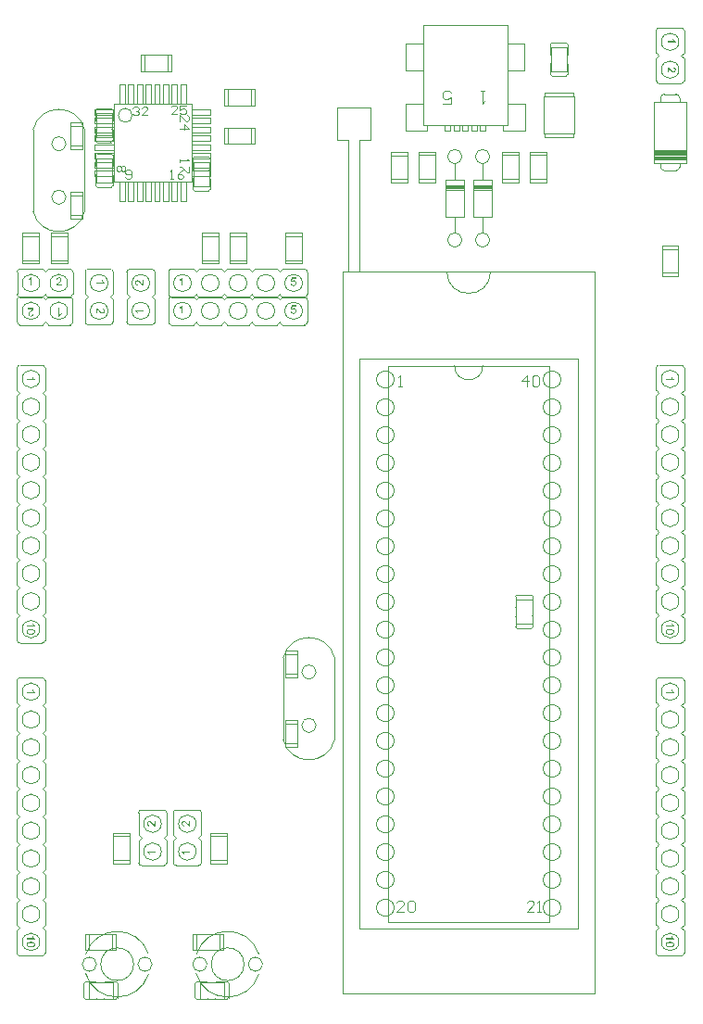
<source format=gm1>
%FSTAX43Y43*%
%MOMM*%
G71*
G01*
G75*
G04 Layer_Color=65280*
G04:AMPARAMS|DCode=10|XSize=1.3mm|YSize=1mm|CornerRadius=0.25mm|HoleSize=0mm|Usage=FLASHONLY|Rotation=270.000|XOffset=0mm|YOffset=0mm|HoleType=Round|Shape=RoundedRectangle|*
%AMROUNDEDRECTD10*
21,1,1.300,0.500,0,0,270.0*
21,1,0.800,1.000,0,0,270.0*
1,1,0.500,-0.250,-0.400*
1,1,0.500,-0.250,0.400*
1,1,0.500,0.250,0.400*
1,1,0.500,0.250,-0.400*
%
%ADD10ROUNDEDRECTD10*%
G04:AMPARAMS|DCode=11|XSize=1.5mm|YSize=1.3mm|CornerRadius=0.325mm|HoleSize=0mm|Usage=FLASHONLY|Rotation=270.000|XOffset=0mm|YOffset=0mm|HoleType=Round|Shape=RoundedRectangle|*
%AMROUNDEDRECTD11*
21,1,1.500,0.650,0,0,270.0*
21,1,0.850,1.300,0,0,270.0*
1,1,0.650,-0.325,-0.425*
1,1,0.650,-0.325,0.425*
1,1,0.650,0.325,0.425*
1,1,0.650,0.325,-0.425*
%
%ADD11ROUNDEDRECTD11*%
G04:AMPARAMS|DCode=12|XSize=1.9mm|YSize=0.5mm|CornerRadius=0.125mm|HoleSize=0mm|Usage=FLASHONLY|Rotation=0.000|XOffset=0mm|YOffset=0mm|HoleType=Round|Shape=RoundedRectangle|*
%AMROUNDEDRECTD12*
21,1,1.900,0.250,0,0,0.0*
21,1,1.650,0.500,0,0,0.0*
1,1,0.250,0.825,-0.125*
1,1,0.250,-0.825,-0.125*
1,1,0.250,-0.825,0.125*
1,1,0.250,0.825,0.125*
%
%ADD12ROUNDEDRECTD12*%
G04:AMPARAMS|DCode=13|XSize=1.9mm|YSize=0.5mm|CornerRadius=0.125mm|HoleSize=0mm|Usage=FLASHONLY|Rotation=90.000|XOffset=0mm|YOffset=0mm|HoleType=Round|Shape=RoundedRectangle|*
%AMROUNDEDRECTD13*
21,1,1.900,0.250,0,0,90.0*
21,1,1.650,0.500,0,0,90.0*
1,1,0.250,0.125,0.825*
1,1,0.250,0.125,-0.825*
1,1,0.250,-0.125,-0.825*
1,1,0.250,-0.125,0.825*
%
%ADD13ROUNDEDRECTD13*%
G04:AMPARAMS|DCode=14|XSize=1.3mm|YSize=1mm|CornerRadius=0.25mm|HoleSize=0mm|Usage=FLASHONLY|Rotation=180.000|XOffset=0mm|YOffset=0mm|HoleType=Round|Shape=RoundedRectangle|*
%AMROUNDEDRECTD14*
21,1,1.300,0.500,0,0,180.0*
21,1,0.800,1.000,0,0,180.0*
1,1,0.500,-0.400,0.250*
1,1,0.500,0.400,0.250*
1,1,0.500,0.400,-0.250*
1,1,0.500,-0.400,-0.250*
%
%ADD14ROUNDEDRECTD14*%
G04:AMPARAMS|DCode=15|XSize=1.5mm|YSize=1.3mm|CornerRadius=0.325mm|HoleSize=0mm|Usage=FLASHONLY|Rotation=0.000|XOffset=0mm|YOffset=0mm|HoleType=Round|Shape=RoundedRectangle|*
%AMROUNDEDRECTD15*
21,1,1.500,0.650,0,0,0.0*
21,1,0.850,1.300,0,0,0.0*
1,1,0.650,0.425,-0.325*
1,1,0.650,-0.425,-0.325*
1,1,0.650,-0.425,0.325*
1,1,0.650,0.425,0.325*
%
%ADD15ROUNDEDRECTD15*%
G04:AMPARAMS|DCode=16|XSize=2.65mm|YSize=1.75mm|CornerRadius=0.438mm|HoleSize=0mm|Usage=FLASHONLY|Rotation=270.000|XOffset=0mm|YOffset=0mm|HoleType=Round|Shape=RoundedRectangle|*
%AMROUNDEDRECTD16*
21,1,2.650,0.875,0,0,270.0*
21,1,1.775,1.750,0,0,270.0*
1,1,0.875,-0.438,-0.887*
1,1,0.875,-0.438,0.887*
1,1,0.875,0.438,0.887*
1,1,0.875,0.438,-0.887*
%
%ADD16ROUNDEDRECTD16*%
G04:AMPARAMS|DCode=17|XSize=0.9mm|YSize=2.7mm|CornerRadius=0.225mm|HoleSize=0mm|Usage=FLASHONLY|Rotation=270.000|XOffset=0mm|YOffset=0mm|HoleType=Round|Shape=RoundedRectangle|*
%AMROUNDEDRECTD17*
21,1,0.900,2.250,0,0,270.0*
21,1,0.450,2.700,0,0,270.0*
1,1,0.450,-1.125,-0.225*
1,1,0.450,-1.125,0.225*
1,1,0.450,1.125,0.225*
1,1,0.450,1.125,-0.225*
%
%ADD17ROUNDEDRECTD17*%
G04:AMPARAMS|DCode=18|XSize=1mm|YSize=2.8mm|CornerRadius=0.25mm|HoleSize=0mm|Usage=FLASHONLY|Rotation=270.000|XOffset=0mm|YOffset=0mm|HoleType=Round|Shape=RoundedRectangle|*
%AMROUNDEDRECTD18*
21,1,1.000,2.300,0,0,270.0*
21,1,0.500,2.800,0,0,270.0*
1,1,0.500,-1.150,-0.250*
1,1,0.500,-1.150,0.250*
1,1,0.500,1.150,0.250*
1,1,0.500,1.150,-0.250*
%
%ADD18ROUNDEDRECTD18*%
G04:AMPARAMS|DCode=19|XSize=1.5mm|YSize=1.25mm|CornerRadius=0.313mm|HoleSize=0mm|Usage=FLASHONLY|Rotation=0.000|XOffset=0mm|YOffset=0mm|HoleType=Round|Shape=RoundedRectangle|*
%AMROUNDEDRECTD19*
21,1,1.500,0.625,0,0,0.0*
21,1,0.875,1.250,0,0,0.0*
1,1,0.625,0.438,-0.313*
1,1,0.625,-0.438,-0.313*
1,1,0.625,-0.438,0.313*
1,1,0.625,0.438,0.313*
%
%ADD19ROUNDEDRECTD19*%
%ADD20O,0.500X2.250*%
G04:AMPARAMS|DCode=21|XSize=2.5mm|YSize=2mm|CornerRadius=0.5mm|HoleSize=0mm|Usage=FLASHONLY|Rotation=90.000|XOffset=0mm|YOffset=0mm|HoleType=Round|Shape=RoundedRectangle|*
%AMROUNDEDRECTD21*
21,1,2.500,1.000,0,0,90.0*
21,1,1.500,2.000,0,0,90.0*
1,1,1.000,0.500,0.750*
1,1,1.000,0.500,-0.750*
1,1,1.000,-0.500,-0.750*
1,1,1.000,-0.500,0.750*
%
%ADD21ROUNDEDRECTD21*%
%ADD22C,0.500*%
%ADD23C,1.000*%
%ADD24C,0.300*%
%ADD25C,1.600*%
%ADD26C,1.300*%
%ADD27C,1.000*%
%ADD28C,1.100*%
%ADD29C,0.700*%
G04:AMPARAMS|DCode=30|XSize=0.9mm|YSize=0.8mm|CornerRadius=0.2mm|HoleSize=0mm|Usage=FLASHONLY|Rotation=180.000|XOffset=0mm|YOffset=0mm|HoleType=Round|Shape=RoundedRectangle|*
%AMROUNDEDRECTD30*
21,1,0.900,0.400,0,0,180.0*
21,1,0.500,0.800,0,0,180.0*
1,1,0.400,-0.250,0.200*
1,1,0.400,0.250,0.200*
1,1,0.400,0.250,-0.200*
1,1,0.400,-0.250,-0.200*
%
%ADD30ROUNDEDRECTD30*%
G04:AMPARAMS|DCode=31|XSize=1.5mm|YSize=1.25mm|CornerRadius=0.313mm|HoleSize=0mm|Usage=FLASHONLY|Rotation=270.000|XOffset=0mm|YOffset=0mm|HoleType=Round|Shape=RoundedRectangle|*
%AMROUNDEDRECTD31*
21,1,1.500,0.625,0,0,270.0*
21,1,0.875,1.250,0,0,270.0*
1,1,0.625,-0.313,-0.438*
1,1,0.625,-0.313,0.438*
1,1,0.625,0.313,0.438*
1,1,0.625,0.313,-0.438*
%
%ADD31ROUNDEDRECTD31*%
%ADD32C,0.178*%
%ADD33C,0.005*%
%ADD34C,0.250*%
%ADD35C,0.254*%
%ADD36C,0.400*%
G04:AMPARAMS|DCode=37|XSize=1.503mm|YSize=1.203mm|CornerRadius=0.352mm|HoleSize=0mm|Usage=FLASHONLY|Rotation=270.000|XOffset=0mm|YOffset=0mm|HoleType=Round|Shape=RoundedRectangle|*
%AMROUNDEDRECTD37*
21,1,1.503,0.500,0,0,270.0*
21,1,0.800,1.203,0,0,270.0*
1,1,0.703,-0.250,-0.400*
1,1,0.703,-0.250,0.400*
1,1,0.703,0.250,0.400*
1,1,0.703,0.250,-0.400*
%
%ADD37ROUNDEDRECTD37*%
G04:AMPARAMS|DCode=38|XSize=1.703mm|YSize=1.503mm|CornerRadius=0.427mm|HoleSize=0mm|Usage=FLASHONLY|Rotation=270.000|XOffset=0mm|YOffset=0mm|HoleType=Round|Shape=RoundedRectangle|*
%AMROUNDEDRECTD38*
21,1,1.703,0.650,0,0,270.0*
21,1,0.850,1.503,0,0,270.0*
1,1,0.853,-0.325,-0.425*
1,1,0.853,-0.325,0.425*
1,1,0.853,0.325,0.425*
1,1,0.853,0.325,-0.425*
%
%ADD38ROUNDEDRECTD38*%
G04:AMPARAMS|DCode=39|XSize=2.1mm|YSize=0.7mm|CornerRadius=0.225mm|HoleSize=0mm|Usage=FLASHONLY|Rotation=0.000|XOffset=0mm|YOffset=0mm|HoleType=Round|Shape=RoundedRectangle|*
%AMROUNDEDRECTD39*
21,1,2.100,0.250,0,0,0.0*
21,1,1.650,0.700,0,0,0.0*
1,1,0.450,0.825,-0.125*
1,1,0.450,-0.825,-0.125*
1,1,0.450,-0.825,0.125*
1,1,0.450,0.825,0.125*
%
%ADD39ROUNDEDRECTD39*%
G04:AMPARAMS|DCode=40|XSize=2.1mm|YSize=0.7mm|CornerRadius=0.225mm|HoleSize=0mm|Usage=FLASHONLY|Rotation=90.000|XOffset=0mm|YOffset=0mm|HoleType=Round|Shape=RoundedRectangle|*
%AMROUNDEDRECTD40*
21,1,2.100,0.250,0,0,90.0*
21,1,1.650,0.700,0,0,90.0*
1,1,0.450,0.125,0.825*
1,1,0.450,0.125,-0.825*
1,1,0.450,-0.125,-0.825*
1,1,0.450,-0.125,0.825*
%
%ADD40ROUNDEDRECTD40*%
G04:AMPARAMS|DCode=41|XSize=1.503mm|YSize=1.203mm|CornerRadius=0.352mm|HoleSize=0mm|Usage=FLASHONLY|Rotation=180.000|XOffset=0mm|YOffset=0mm|HoleType=Round|Shape=RoundedRectangle|*
%AMROUNDEDRECTD41*
21,1,1.503,0.500,0,0,180.0*
21,1,0.800,1.203,0,0,180.0*
1,1,0.703,-0.400,0.250*
1,1,0.703,0.400,0.250*
1,1,0.703,0.400,-0.250*
1,1,0.703,-0.400,-0.250*
%
%ADD41ROUNDEDRECTD41*%
G04:AMPARAMS|DCode=42|XSize=1.703mm|YSize=1.503mm|CornerRadius=0.427mm|HoleSize=0mm|Usage=FLASHONLY|Rotation=0.000|XOffset=0mm|YOffset=0mm|HoleType=Round|Shape=RoundedRectangle|*
%AMROUNDEDRECTD42*
21,1,1.703,0.650,0,0,0.0*
21,1,0.850,1.503,0,0,0.0*
1,1,0.853,0.425,-0.325*
1,1,0.853,-0.425,-0.325*
1,1,0.853,-0.425,0.325*
1,1,0.853,0.425,0.325*
%
%ADD42ROUNDEDRECTD42*%
G04:AMPARAMS|DCode=43|XSize=2.853mm|YSize=1.953mm|CornerRadius=0.539mm|HoleSize=0mm|Usage=FLASHONLY|Rotation=270.000|XOffset=0mm|YOffset=0mm|HoleType=Round|Shape=RoundedRectangle|*
%AMROUNDEDRECTD43*
21,1,2.853,0.875,0,0,270.0*
21,1,1.775,1.953,0,0,270.0*
1,1,1.078,-0.438,-0.887*
1,1,1.078,-0.438,0.887*
1,1,1.078,0.438,0.887*
1,1,1.078,0.438,-0.887*
%
%ADD43ROUNDEDRECTD43*%
G04:AMPARAMS|DCode=44|XSize=1.103mm|YSize=2.903mm|CornerRadius=0.327mm|HoleSize=0mm|Usage=FLASHONLY|Rotation=270.000|XOffset=0mm|YOffset=0mm|HoleType=Round|Shape=RoundedRectangle|*
%AMROUNDEDRECTD44*
21,1,1.103,2.250,0,0,270.0*
21,1,0.450,2.903,0,0,270.0*
1,1,0.653,-1.125,-0.225*
1,1,0.653,-1.125,0.225*
1,1,0.653,1.125,0.225*
1,1,0.653,1.125,-0.225*
%
%ADD44ROUNDEDRECTD44*%
G04:AMPARAMS|DCode=45|XSize=1.203mm|YSize=3.003mm|CornerRadius=0.352mm|HoleSize=0mm|Usage=FLASHONLY|Rotation=270.000|XOffset=0mm|YOffset=0mm|HoleType=Round|Shape=RoundedRectangle|*
%AMROUNDEDRECTD45*
21,1,1.203,2.300,0,0,270.0*
21,1,0.500,3.003,0,0,270.0*
1,1,0.703,-1.150,-0.250*
1,1,0.703,-1.150,0.250*
1,1,0.703,1.150,0.250*
1,1,0.703,1.150,-0.250*
%
%ADD45ROUNDEDRECTD45*%
G04:AMPARAMS|DCode=46|XSize=1.703mm|YSize=1.453mm|CornerRadius=0.414mm|HoleSize=0mm|Usage=FLASHONLY|Rotation=0.000|XOffset=0mm|YOffset=0mm|HoleType=Round|Shape=RoundedRectangle|*
%AMROUNDEDRECTD46*
21,1,1.703,0.625,0,0,0.0*
21,1,0.875,1.453,0,0,0.0*
1,1,0.828,0.438,-0.313*
1,1,0.828,-0.438,-0.313*
1,1,0.828,-0.438,0.313*
1,1,0.828,0.438,0.313*
%
%ADD46ROUNDEDRECTD46*%
%ADD47O,0.703X2.453*%
G04:AMPARAMS|DCode=48|XSize=2.703mm|YSize=2.203mm|CornerRadius=0.602mm|HoleSize=0mm|Usage=FLASHONLY|Rotation=90.000|XOffset=0mm|YOffset=0mm|HoleType=Round|Shape=RoundedRectangle|*
%AMROUNDEDRECTD48*
21,1,2.703,1.000,0,0,90.0*
21,1,1.500,2.203,0,0,90.0*
1,1,1.203,0.500,0.750*
1,1,1.203,0.500,-0.750*
1,1,1.203,-0.500,-0.750*
1,1,1.203,-0.500,0.750*
%
%ADD48ROUNDEDRECTD48*%
%ADD49C,1.800*%
%ADD50C,1.803*%
%ADD51C,1.500*%
%ADD52C,1.503*%
%ADD53C,1.200*%
%ADD54C,1.303*%
%ADD55C,0.903*%
G04:AMPARAMS|DCode=56|XSize=1.103mm|YSize=1.003mm|CornerRadius=0.302mm|HoleSize=0mm|Usage=FLASHONLY|Rotation=180.000|XOffset=0mm|YOffset=0mm|HoleType=Round|Shape=RoundedRectangle|*
%AMROUNDEDRECTD56*
21,1,1.103,0.400,0,0,180.0*
21,1,0.500,1.003,0,0,180.0*
1,1,0.603,-0.250,0.200*
1,1,0.603,0.250,0.200*
1,1,0.603,0.250,-0.200*
1,1,0.603,-0.250,-0.200*
%
%ADD56ROUNDEDRECTD56*%
G04:AMPARAMS|DCode=57|XSize=1.703mm|YSize=1.453mm|CornerRadius=0.414mm|HoleSize=0mm|Usage=FLASHONLY|Rotation=270.000|XOffset=0mm|YOffset=0mm|HoleType=Round|Shape=RoundedRectangle|*
%AMROUNDEDRECTD57*
21,1,1.703,0.625,0,0,270.0*
21,1,0.875,1.453,0,0,270.0*
1,1,0.828,-0.313,-0.438*
1,1,0.828,-0.313,0.438*
1,1,0.828,0.313,0.438*
1,1,0.828,0.313,-0.438*
%
%ADD57ROUNDEDRECTD57*%
%ADD58C,0.200*%
%ADD59C,0.050*%
G36*
X0082246Y0060329D02*
X0082259D01*
X0082274Y0060328D01*
X008229Y0060327D01*
X0082325Y0060323D01*
X0082362Y0060319D01*
X0082398Y0060313D01*
X0082414Y0060308D01*
X0082431Y0060303D01*
X0082432D01*
X0082434Y0060302D01*
X0082439Y00603D01*
X0082445Y0060298D01*
X0082452Y0060295D01*
X008246Y0060292D01*
X0082479Y0060282D01*
X00825Y0060271D01*
X0082521Y0060257D01*
X0082541Y006024D01*
X008256Y006022D01*
Y0060219D01*
X0082562Y0060218D01*
X0082564Y0060214D01*
X0082567Y006021D01*
X0082574Y0060198D01*
X0082583Y0060182D01*
X0082591Y0060162D01*
X0082598Y0060137D01*
X0082603Y006011D01*
X0082605Y006008D01*
Y0060079D01*
Y0060077D01*
Y0060074D01*
Y0060069D01*
X0082604Y0060058D01*
X0082602Y0060044D01*
X0082599Y0060027D01*
X0082595Y0060008D01*
X0082588Y005999D01*
X008258Y0059972D01*
X0082578Y005997D01*
X0082575Y0059964D01*
X0082569Y0059956D01*
X0082562Y0059944D01*
X0082551Y0059932D01*
X0082539Y0059919D01*
X0082525Y0059907D01*
X0082508Y0059895D01*
X0082506Y0059894D01*
X00825Y005989D01*
X0082489Y0059884D01*
X0082477Y0059877D01*
X008246Y005987D01*
X008244Y0059862D01*
X0082418Y0059854D01*
X0082393Y0059847D01*
X0082392D01*
X008239Y0059846D01*
X0082386D01*
X0082381Y0059844D01*
X0082375Y0059842D01*
X0082366Y0059841D01*
X0082356Y005984D01*
X0082345Y0059837D01*
X0082332Y0059836D01*
X008232Y0059835D01*
X0082304Y0059833D01*
X0082288Y0059832D01*
X008227Y005983D01*
X0082253D01*
X0082212Y0059829D01*
X008219D01*
X0082178Y005983D01*
X0082165D01*
X008215Y0059832D01*
X0082133Y0059833D01*
X0082098Y0059836D01*
X0082062Y0059841D01*
X0082026Y0059848D01*
X0082009Y0059853D01*
X0081993Y0059857D01*
X0081992D01*
X0081989Y0059859D01*
X0081985Y005986D01*
X0081979Y0059862D01*
X0081972Y0059866D01*
X0081965Y0059869D01*
X0081946Y0059878D01*
X0081925Y005989D01*
X0081904Y0059904D01*
X0081883Y0059921D01*
X0081864Y005994D01*
Y0059942D01*
X0081862Y0059943D01*
X0081861Y0059946D01*
X0081857Y005995D01*
X008185Y0059963D01*
X0081842Y0059978D01*
X0081834Y0059999D01*
X0081827Y0060022D01*
X0081822Y0060049D01*
X008182Y006008D01*
Y0060081D01*
Y0060085D01*
Y006009D01*
X0081821Y0060099D01*
X0081822Y0060108D01*
X0081824Y0060118D01*
X0081827Y006013D01*
X0081829Y0060143D01*
X0081838Y0060171D01*
X0081845Y0060186D01*
X0081852Y00602D01*
X0081862Y0060216D01*
X0081872Y006023D01*
X0081884Y0060243D01*
X0081898Y0060255D01*
X0081899Y0060257D01*
X0081903Y0060259D01*
X0081909Y0060263D01*
X0081917Y0060267D01*
X0081927Y0060273D01*
X008194Y0060279D01*
X0081955Y0060286D01*
X0081974Y0060293D01*
X0081994Y00603D01*
X0082018Y0060307D01*
X0082043Y0060313D01*
X0082071Y0060319D01*
X0082103Y0060323D01*
X0082136Y0060327D01*
X0082173Y0060329D01*
X0082212Y006033D01*
X0082234D01*
X0082246Y0060329D01*
D02*
G37*
G36*
X0082412Y0083354D02*
X0082413Y0083351D01*
X0082416Y0083347D01*
X0082419Y0083342D01*
X0082423Y0083335D01*
X0082426Y0083327D01*
X0082437Y0083308D01*
X008245Y0083287D01*
X0082465Y0083264D01*
X0082482Y008324D01*
X0082501Y0083218D01*
X0082502Y0083217D01*
X0082503Y0083216D01*
X008251Y0083209D01*
X0082521Y0083198D01*
X0082534Y0083185D01*
X008255Y0083171D01*
X0082568Y0083157D01*
X0082587Y0083144D01*
X0082605Y0083134D01*
Y0083072D01*
X0081832D01*
Y0083166D01*
X0082434D01*
X0082433Y0083168D01*
X0082429Y0083172D01*
X0082423Y0083181D01*
X0082414Y0083191D01*
X0082404Y0083204D01*
X0082393Y0083219D01*
X0082381Y0083237D01*
X0082369Y0083257D01*
Y0083258D01*
X0082368Y0083259D01*
X0082363Y0083266D01*
X0082357Y0083277D01*
X008235Y0083289D01*
X0082342Y0083305D01*
X0082335Y0083321D01*
X0082327Y0083339D01*
X008232Y0083355D01*
X0082412D01*
Y0083354D01*
D02*
G37*
G36*
X0034099Y0117918D02*
X0033498D01*
X0033499Y0117916D01*
X0033503Y0117912D01*
X0033509Y0117903D01*
X0033518Y0117893D01*
X0033528Y011788D01*
X0033539Y0117865D01*
X0033551Y0117847D01*
X0033563Y0117827D01*
Y0117826D01*
X0033564Y0117825D01*
X0033569Y0117818D01*
X0033575Y0117807D01*
X0033582Y0117795D01*
X003359Y0117779D01*
X0033597Y0117763D01*
X0033605Y0117745D01*
X0033612Y0117729D01*
X003352D01*
Y011773D01*
X0033519Y0117733D01*
X0033516Y0117737D01*
X0033513Y0117742D01*
X0033509Y0117749D01*
X0033506Y0117757D01*
X0033495Y0117776D01*
X0033482Y0117797D01*
X0033467Y011782D01*
X003345Y0117844D01*
X0033431Y0117866D01*
X003343Y0117867D01*
X0033429Y0117868D01*
X0033422Y0117875D01*
X0033411Y0117886D01*
X0033398Y0117899D01*
X0033382Y0117913D01*
X0033364Y0117927D01*
X0033345Y011794D01*
X0033327Y011795D01*
Y0118012D01*
X0034099D01*
Y0117918D01*
D02*
G37*
G36*
X0082412Y0060854D02*
X0082413Y0060851D01*
X0082416Y0060847D01*
X0082419Y0060842D01*
X0082423Y0060835D01*
X0082426Y0060827D01*
X0082437Y0060808D01*
X008245Y0060787D01*
X0082465Y0060764D01*
X0082482Y006074D01*
X0082501Y0060718D01*
X0082502Y0060717D01*
X0082503Y0060716D01*
X008251Y0060709D01*
X0082521Y0060698D01*
X0082534Y0060685D01*
X008255Y0060671D01*
X0082568Y0060657D01*
X0082587Y0060644D01*
X0082605Y0060634D01*
Y0060572D01*
X0081832D01*
Y0060666D01*
X0082434D01*
X0082433Y0060668D01*
X0082429Y0060672D01*
X0082423Y0060681D01*
X0082414Y0060691D01*
X0082404Y0060704D01*
X0082393Y0060719D01*
X0082381Y0060737D01*
X0082369Y0060757D01*
Y0060758D01*
X0082368Y0060759D01*
X0082363Y0060766D01*
X0082357Y0060777D01*
X008235Y0060789D01*
X0082342Y0060805D01*
X0082335Y0060821D01*
X0082327Y0060839D01*
X008232Y0060855D01*
X0082412D01*
Y0060854D01*
D02*
G37*
G36*
X0023992D02*
X0023993Y0060851D01*
X0023996Y0060847D01*
X0023999Y0060842D01*
X0024003Y0060835D01*
X0024006Y0060827D01*
X0024017Y0060808D01*
X002403Y0060787D01*
X0024045Y0060764D01*
X0024062Y006074D01*
X0024081Y0060718D01*
X0024082Y0060717D01*
X0024083Y0060716D01*
X002409Y0060709D01*
X0024101Y0060698D01*
X0024114Y0060685D01*
X002413Y0060671D01*
X0024148Y0060657D01*
X0024167Y0060644D01*
X0024185Y0060634D01*
Y0060572D01*
X0023413D01*
Y0060666D01*
X0024014D01*
X0024013Y0060668D01*
X0024009Y0060672D01*
X0024003Y0060681D01*
X0023994Y0060691D01*
X0023984Y0060704D01*
X0023973Y0060719D01*
X0023961Y0060737D01*
X0023949Y0060757D01*
Y0060758D01*
X0023948Y0060759D01*
X0023943Y0060766D01*
X0023937Y0060777D01*
X002393Y0060789D01*
X0023922Y0060805D01*
X0023915Y0060821D01*
X0023907Y0060839D01*
X00239Y0060855D01*
X0023992D01*
Y0060854D01*
D02*
G37*
G36*
X0023826Y0060329D02*
X0023839D01*
X0023854Y0060328D01*
X002387Y0060327D01*
X0023905Y0060323D01*
X0023942Y0060319D01*
X0023978Y0060313D01*
X0023994Y0060308D01*
X0024011Y0060303D01*
X0024012D01*
X0024014Y0060302D01*
X0024019Y00603D01*
X0024025Y0060298D01*
X0024032Y0060295D01*
X002404Y0060292D01*
X0024059Y0060282D01*
X002408Y0060271D01*
X0024101Y0060257D01*
X0024121Y006024D01*
X002414Y006022D01*
Y0060219D01*
X0024142Y0060218D01*
X0024144Y0060214D01*
X0024147Y006021D01*
X0024154Y0060198D01*
X0024163Y0060182D01*
X0024171Y0060162D01*
X0024178Y0060137D01*
X0024183Y006011D01*
X0024185Y006008D01*
Y0060079D01*
Y0060077D01*
Y0060074D01*
Y0060069D01*
X0024184Y0060058D01*
X0024182Y0060044D01*
X0024179Y0060027D01*
X0024175Y0060008D01*
X0024168Y005999D01*
X002416Y0059972D01*
X0024158Y005997D01*
X0024155Y0059964D01*
X0024149Y0059956D01*
X0024142Y0059944D01*
X0024131Y0059932D01*
X0024119Y0059919D01*
X0024105Y0059907D01*
X0024088Y0059895D01*
X0024086Y0059894D01*
X002408Y005989D01*
X0024069Y0059884D01*
X0024057Y0059877D01*
X002404Y005987D01*
X002402Y0059862D01*
X0023998Y0059854D01*
X0023973Y0059847D01*
X0023972D01*
X002397Y0059846D01*
X0023966D01*
X0023961Y0059844D01*
X0023955Y0059842D01*
X0023946Y0059841D01*
X0023936Y005984D01*
X0023925Y0059837D01*
X0023912Y0059836D01*
X00239Y0059835D01*
X0023884Y0059833D01*
X0023868Y0059832D01*
X002385Y005983D01*
X0023833D01*
X0023792Y0059829D01*
X002377D01*
X0023758Y005983D01*
X0023745D01*
X002373Y0059832D01*
X0023713Y0059833D01*
X0023678Y0059836D01*
X0023642Y0059841D01*
X0023606Y0059848D01*
X0023589Y0059853D01*
X0023573Y0059857D01*
X0023572D01*
X0023569Y0059859D01*
X0023565Y005986D01*
X0023559Y0059862D01*
X0023552Y0059866D01*
X0023545Y0059869D01*
X0023526Y0059878D01*
X0023505Y005989D01*
X0023484Y0059904D01*
X0023463Y0059921D01*
X0023444Y005994D01*
Y0059942D01*
X0023442Y0059943D01*
X0023441Y0059946D01*
X0023437Y005995D01*
X002343Y0059963D01*
X0023422Y0059978D01*
X0023414Y0059999D01*
X0023407Y0060022D01*
X0023402Y0060049D01*
X00234Y006008D01*
Y0060081D01*
Y0060085D01*
Y006009D01*
X0023401Y0060099D01*
X0023402Y0060108D01*
X0023404Y0060118D01*
X0023407Y006013D01*
X0023409Y0060143D01*
X0023418Y0060171D01*
X0023425Y0060186D01*
X0023432Y00602D01*
X0023442Y0060216D01*
X0023452Y006023D01*
X0023464Y0060243D01*
X0023478Y0060255D01*
X0023479Y0060257D01*
X0023483Y0060259D01*
X0023489Y0060263D01*
X0023497Y0060267D01*
X0023507Y0060273D01*
X002352Y0060279D01*
X0023535Y0060286D01*
X0023554Y0060293D01*
X0023574Y00603D01*
X0023598Y0060307D01*
X0023623Y0060313D01*
X0023651Y0060319D01*
X0023683Y0060323D01*
X0023716Y0060327D01*
X0023753Y0060329D01*
X0023792Y006033D01*
X0023814D01*
X0023826Y0060329D01*
D02*
G37*
G36*
X0023992Y0083354D02*
X0023993Y0083351D01*
X0023996Y0083347D01*
X0023999Y0083342D01*
X0024003Y0083335D01*
X0024006Y0083327D01*
X0024017Y0083308D01*
X002403Y0083287D01*
X0024045Y0083264D01*
X0024062Y008324D01*
X0024081Y0083218D01*
X0024082Y0083217D01*
X0024083Y0083216D01*
X002409Y0083209D01*
X0024101Y0083198D01*
X0024114Y0083185D01*
X002413Y0083171D01*
X0024148Y0083157D01*
X0024167Y0083144D01*
X0024185Y0083134D01*
Y0083072D01*
X0023413D01*
Y0083166D01*
X0024014D01*
X0024013Y0083168D01*
X0024009Y0083172D01*
X0024003Y0083181D01*
X0023994Y0083191D01*
X0023984Y0083204D01*
X0023973Y0083219D01*
X0023961Y0083237D01*
X0023949Y0083257D01*
Y0083258D01*
X0023948Y0083259D01*
X0023943Y0083266D01*
X0023937Y0083277D01*
X002393Y0083289D01*
X0023922Y0083305D01*
X0023915Y0083321D01*
X0023907Y0083339D01*
X00239Y0083355D01*
X0023992D01*
Y0083354D01*
D02*
G37*
G36*
X0034099Y012027D02*
X0034087D01*
X0034078Y0120271D01*
X0034069Y0120273D01*
X0034059Y0120274D01*
X0034047Y0120277D01*
X0034035Y0120281D01*
X0034034D01*
X0034033Y0120282D01*
X0034026Y0120284D01*
X0034016Y0120289D01*
X0034002Y0120296D01*
X0033987Y0120304D01*
X003397Y0120316D01*
X0033952Y0120328D01*
X0033933Y0120343D01*
X0033932D01*
X0033931Y0120345D01*
X0033924Y0120351D01*
X0033913Y012036D01*
X0033899Y0120374D01*
X0033883Y0120392D01*
X0033863Y0120413D01*
X0033841Y0120439D01*
X0033816Y0120467D01*
X0033815Y0120468D01*
X0033811Y0120473D01*
X0033807Y0120479D01*
X0033799Y0120487D01*
X003379Y0120497D01*
X003378Y0120509D01*
X0033758Y0120535D01*
X0033731Y0120563D01*
X0033704Y0120591D01*
X0033691Y0120605D01*
X0033678Y0120617D01*
X0033665Y0120627D01*
X0033653Y0120637D01*
X0033652D01*
X0033651Y0120639D01*
X0033648Y0120641D01*
X0033643Y0120644D01*
X0033631Y0120651D01*
X0033616Y0120659D01*
X0033598Y0120667D01*
X003358Y0120674D01*
X0033559Y0120679D01*
X0033539Y0120681D01*
X0033536D01*
X0033529Y012068D01*
X0033519Y0120679D01*
X0033506Y0120676D01*
X0033491Y0120671D01*
X0033475Y0120664D01*
X0033459Y0120654D01*
X0033444Y012064D01*
X0033443Y0120638D01*
X0033438Y0120633D01*
X0033432Y0120624D01*
X0033424Y0120612D01*
X0033417Y0120597D01*
X0033411Y0120579D01*
X0033406Y0120558D01*
X0033405Y0120535D01*
Y0120534D01*
Y0120531D01*
Y0120528D01*
X0033406Y0120523D01*
X0033407Y0120511D01*
X003341Y0120496D01*
X0033416Y0120479D01*
X0033423Y012046D01*
X0033433Y0120442D01*
X0033447Y0120426D01*
X003345Y0120425D01*
X0033454Y012042D01*
X0033464Y0120413D01*
X0033477Y0120406D01*
X0033493Y0120398D01*
X0033512Y0120392D01*
X0033534Y0120387D01*
X003356Y0120385D01*
X0033549Y0120288D01*
X0033544D01*
X0033539Y0120289D01*
X0033532Y012029D01*
X0033522Y0120292D01*
X0033512Y0120294D01*
X0033488Y0120301D01*
X0033461Y012031D01*
X0033434Y0120323D01*
X0033407Y012034D01*
X0033396Y012035D01*
X0033384Y0120362D01*
X0033383Y0120363D01*
X0033382Y0120365D01*
X0033378Y0120369D01*
X0033375Y0120373D01*
X0033371Y012038D01*
X0033365Y0120388D01*
X0033361Y0120398D01*
X0033355Y0120408D01*
X003335Y012042D01*
X0033344Y0120433D01*
X003334Y0120448D01*
X0033336Y0120463D01*
X0033329Y0120498D01*
X0033328Y0120517D01*
X0033327Y0120537D01*
Y0120538D01*
Y0120542D01*
Y0120548D01*
X0033328Y0120556D01*
X0033329Y0120565D01*
X003333Y0120576D01*
X0033331Y0120588D01*
X0033335Y01206D01*
X0033342Y0120628D01*
X0033352Y0120658D01*
X0033359Y0120673D01*
X0033368Y0120687D01*
X0033378Y01207D01*
X0033389Y0120713D01*
X003339Y0120714D01*
X0033391Y0120715D01*
X0033395Y0120719D01*
X0033399Y0120723D01*
X0033406Y0120728D01*
X0033413Y0120734D01*
X0033431Y0120746D01*
X0033453Y0120757D01*
X0033479Y0120768D01*
X0033508Y0120776D01*
X0033525Y0120777D01*
X0033541Y0120778D01*
X0033549D01*
X0033559Y0120777D01*
X003357Y0120776D01*
X0033584Y0120774D01*
X00336Y012077D01*
X0033616Y0120765D01*
X0033632Y0120758D01*
X0033635Y0120757D01*
X003364Y0120755D01*
X0033649Y012075D01*
X003366Y0120743D01*
X0033674Y0120735D01*
X0033691Y0120725D01*
X0033707Y012071D01*
X0033726Y0120695D01*
X0033728Y0120693D01*
X0033735Y0120687D01*
X0033746Y0120676D01*
X0033753Y0120669D01*
X0033761Y0120661D01*
X003377Y0120652D01*
X0033781Y012064D01*
X0033792Y0120628D01*
X0033804Y0120616D01*
X0033817Y0120602D01*
X0033831Y0120585D01*
X0033845Y0120569D01*
X0033862Y012055D01*
X0033863Y0120549D01*
X0033865Y0120547D01*
X0033869Y0120542D01*
X0033874Y0120536D01*
X0033885Y0120522D01*
X00339Y0120504D01*
X0033917Y0120487D01*
X0033933Y0120468D01*
X0033947Y0120453D01*
X0033953Y0120447D01*
X0033959Y0120441D01*
X003396Y012044D01*
X0033964Y0120438D01*
X0033968Y0120433D01*
X0033975Y0120427D01*
X0033991Y0120414D01*
X0034009Y0120401D01*
Y012078D01*
X0034099D01*
Y012027D01*
D02*
G37*
G36*
X0082412Y0111929D02*
X0082413Y0111926D01*
X0082416Y0111922D01*
X0082419Y0111917D01*
X0082423Y011191D01*
X0082426Y0111902D01*
X0082437Y0111883D01*
X008245Y0111862D01*
X0082465Y0111839D01*
X0082482Y0111815D01*
X0082501Y0111793D01*
X0082502Y0111792D01*
X0082503Y0111791D01*
X008251Y0111784D01*
X0082521Y0111773D01*
X0082534Y011176D01*
X008255Y0111746D01*
X0082568Y0111732D01*
X0082587Y0111719D01*
X0082605Y0111709D01*
Y0111647D01*
X0081832D01*
Y0111741D01*
X0082434D01*
X0082433Y0111743D01*
X0082429Y0111747D01*
X0082423Y0111756D01*
X0082414Y0111766D01*
X0082404Y0111779D01*
X0082393Y0111794D01*
X0082381Y0111812D01*
X0082369Y0111832D01*
Y0111833D01*
X0082368Y0111834D01*
X0082363Y0111841D01*
X0082357Y0111852D01*
X008235Y0111864D01*
X0082342Y011188D01*
X0082335Y0111896D01*
X0082327Y0111914D01*
X008232Y011193D01*
X0082412D01*
Y0111929D01*
D02*
G37*
G36*
Y0089429D02*
X0082413Y0089426D01*
X0082416Y0089422D01*
X0082419Y0089417D01*
X0082423Y008941D01*
X0082426Y0089402D01*
X0082437Y0089383D01*
X008245Y0089362D01*
X0082465Y0089339D01*
X0082482Y0089315D01*
X0082501Y0089293D01*
X0082502Y0089292D01*
X0082503Y0089291D01*
X008251Y0089284D01*
X0082521Y0089273D01*
X0082534Y008926D01*
X008255Y0089246D01*
X0082568Y0089232D01*
X0082587Y0089219D01*
X0082605Y0089209D01*
Y0089147D01*
X0081832D01*
Y0089241D01*
X0082434D01*
X0082433Y0089243D01*
X0082429Y0089247D01*
X0082423Y0089256D01*
X0082414Y0089266D01*
X0082404Y0089279D01*
X0082393Y0089294D01*
X0082381Y0089312D01*
X0082369Y0089332D01*
Y0089333D01*
X0082368Y0089334D01*
X0082363Y0089341D01*
X0082357Y0089352D01*
X008235Y0089364D01*
X0082342Y008938D01*
X0082335Y0089396D01*
X0082327Y0089414D01*
X008232Y008943D01*
X0082412D01*
Y0089429D01*
D02*
G37*
G36*
X0082246Y0088904D02*
X0082259D01*
X0082274Y0088903D01*
X008229Y0088902D01*
X0082325Y0088898D01*
X0082362Y0088894D01*
X0082398Y0088888D01*
X0082414Y0088883D01*
X0082431Y0088878D01*
X0082432D01*
X0082434Y0088877D01*
X0082439Y0088875D01*
X0082445Y0088873D01*
X0082452Y008887D01*
X008246Y0088867D01*
X0082479Y0088857D01*
X00825Y0088846D01*
X0082521Y0088832D01*
X0082541Y0088815D01*
X008256Y0088795D01*
Y0088794D01*
X0082562Y0088793D01*
X0082564Y0088789D01*
X0082567Y0088785D01*
X0082574Y0088773D01*
X0082583Y0088757D01*
X0082591Y0088737D01*
X0082598Y0088712D01*
X0082603Y0088685D01*
X0082605Y0088655D01*
Y0088654D01*
Y0088652D01*
Y0088649D01*
Y0088644D01*
X0082604Y0088633D01*
X0082602Y0088619D01*
X0082599Y0088602D01*
X0082595Y0088583D01*
X0082588Y0088565D01*
X008258Y0088547D01*
X0082578Y0088545D01*
X0082575Y0088539D01*
X0082569Y0088531D01*
X0082562Y0088519D01*
X0082551Y0088507D01*
X0082539Y0088494D01*
X0082525Y0088482D01*
X0082508Y008847D01*
X0082506Y0088469D01*
X00825Y0088465D01*
X0082489Y0088459D01*
X0082477Y0088452D01*
X008246Y0088445D01*
X008244Y0088437D01*
X0082418Y0088429D01*
X0082393Y0088422D01*
X0082392D01*
X008239Y0088421D01*
X0082386D01*
X0082381Y0088419D01*
X0082375Y0088417D01*
X0082366Y0088416D01*
X0082356Y0088415D01*
X0082345Y0088412D01*
X0082332Y0088411D01*
X008232Y008841D01*
X0082304Y0088408D01*
X0082288Y0088407D01*
X008227Y0088405D01*
X0082253D01*
X0082212Y0088404D01*
X008219D01*
X0082178Y0088405D01*
X0082165D01*
X008215Y0088407D01*
X0082133Y0088408D01*
X0082098Y0088411D01*
X0082062Y0088416D01*
X0082026Y0088423D01*
X0082009Y0088428D01*
X0081993Y0088432D01*
X0081992D01*
X0081989Y0088434D01*
X0081985Y0088435D01*
X0081979Y0088437D01*
X0081972Y0088441D01*
X0081965Y0088444D01*
X0081946Y0088453D01*
X0081925Y0088465D01*
X0081904Y0088479D01*
X0081883Y0088496D01*
X0081864Y0088515D01*
Y0088517D01*
X0081862Y0088518D01*
X0081861Y0088521D01*
X0081857Y0088525D01*
X008185Y0088538D01*
X0081842Y0088553D01*
X0081834Y0088574D01*
X0081827Y0088597D01*
X0081822Y0088624D01*
X008182Y0088655D01*
Y0088656D01*
Y008866D01*
Y0088665D01*
X0081821Y0088674D01*
X0081822Y0088683D01*
X0081824Y0088693D01*
X0081827Y0088705D01*
X0081829Y0088718D01*
X0081838Y0088746D01*
X0081845Y0088761D01*
X0081852Y0088775D01*
X0081862Y0088791D01*
X0081872Y0088805D01*
X0081884Y0088818D01*
X0081898Y008883D01*
X0081899Y0088832D01*
X0081903Y0088834D01*
X0081909Y0088838D01*
X0081917Y0088842D01*
X0081927Y0088848D01*
X008194Y0088854D01*
X0081955Y0088861D01*
X0081974Y0088868D01*
X0081994Y0088875D01*
X0082018Y0088882D01*
X0082043Y0088888D01*
X0082071Y0088894D01*
X0082103Y0088898D01*
X0082136Y0088902D01*
X0082173Y0088904D01*
X0082212Y0088905D01*
X0082234D01*
X0082246Y0088904D01*
D02*
G37*
G36*
X0024065Y0118236D02*
Y0118231D01*
Y0118224D01*
X0024064Y0118216D01*
X0024063Y0118207D01*
X0024062Y0118196D01*
X0024058Y0118184D01*
X0024055Y0118173D01*
Y0118171D01*
X0024054Y011817D01*
X0024051Y0118163D01*
X0024047Y0118154D01*
X002404Y011814D01*
X0024031Y0118125D01*
X002402Y0118107D01*
X0024008Y0118089D01*
X0023993Y0118071D01*
Y011807D01*
X002399Y0118068D01*
X0023985Y0118061D01*
X0023975Y0118051D01*
X0023961Y0118037D01*
X0023944Y011802D01*
X0023922Y0118D01*
X0023897Y0117978D01*
X0023869Y0117954D01*
X0023867Y0117952D01*
X0023863Y0117949D01*
X0023857Y0117944D01*
X0023849Y0117936D01*
X0023838Y0117928D01*
X0023826Y0117917D01*
X0023801Y0117895D01*
X0023773Y0117868D01*
X0023744Y0117841D01*
X002373Y0117828D01*
X0023719Y0117815D01*
X0023708Y0117803D01*
X0023699Y0117791D01*
Y011779D01*
X0023696Y0117789D01*
X0023694Y0117785D01*
X0023692Y011778D01*
X0023685Y0117769D01*
X0023677Y0117753D01*
X0023668Y0117736D01*
X0023661Y0117717D01*
X0023657Y0117696D01*
X0023654Y0117676D01*
Y0117675D01*
Y0117674D01*
X0023656Y0117667D01*
X0023657Y0117656D01*
X0023659Y0117643D01*
X0023665Y0117628D01*
X0023672Y0117613D01*
X0023681Y0117596D01*
X0023695Y0117581D01*
X0023698Y011758D01*
X0023702Y0117575D01*
X0023712Y011757D01*
X0023723Y0117561D01*
X0023739Y0117554D01*
X0023756Y0117548D01*
X0023777Y0117544D01*
X0023801Y0117543D01*
X0023808D01*
X0023812Y0117544D01*
X0023824Y0117545D01*
X0023839Y0117547D01*
X0023857Y0117553D01*
X0023876Y011756D01*
X0023893Y0117571D01*
X002391Y0117585D01*
X0023911Y0117587D01*
X0023915Y0117592D01*
X0023922Y0117601D01*
X002393Y0117614D01*
X0023938Y011763D01*
X0023944Y0117649D01*
X0023948Y0117671D01*
X0023951Y0117697D01*
X0024048Y0117687D01*
Y0117685D01*
Y0117682D01*
X0024047Y0117676D01*
X0024045Y0117669D01*
X0024043Y011766D01*
X0024042Y0117649D01*
X0024035Y0117626D01*
X0024026Y0117599D01*
X0024013Y0117572D01*
X0023995Y0117545D01*
X0023986Y0117533D01*
X0023974Y0117522D01*
X0023973Y011752D01*
X002397Y0117519D01*
X0023967Y0117516D01*
X0023962Y0117512D01*
X0023955Y0117509D01*
X0023947Y0117503D01*
X0023938Y0117498D01*
X0023927Y0117492D01*
X0023915Y0117488D01*
X0023903Y0117482D01*
X0023887Y0117477D01*
X0023872Y0117474D01*
X0023837Y0117467D01*
X0023818Y0117465D01*
X0023798Y0117464D01*
X0023788D01*
X002378Y0117465D01*
X002377Y0117467D01*
X002376Y0117468D01*
X0023748Y0117469D01*
X0023735Y0117472D01*
X0023707Y0117479D01*
X0023678Y011749D01*
X0023663Y0117497D01*
X0023648Y0117505D01*
X0023636Y0117516D01*
X0023623Y0117526D01*
X0023622Y0117527D01*
X002362Y0117529D01*
X0023617Y0117532D01*
X0023612Y0117537D01*
X0023607Y0117544D01*
X0023602Y0117551D01*
X002359Y0117568D01*
X0023578Y0117591D01*
X0023568Y0117616D01*
X0023559Y0117646D01*
X0023558Y0117662D01*
X0023557Y0117678D01*
Y0117681D01*
Y0117687D01*
X0023558Y0117696D01*
X0023559Y0117708D01*
X0023562Y0117722D01*
X0023565Y0117737D01*
X002357Y0117753D01*
X0023577Y011777D01*
X0023578Y0117772D01*
X0023581Y0117778D01*
X0023585Y0117786D01*
X0023592Y0117798D01*
X00236Y0117812D01*
X0023611Y0117828D01*
X0023625Y0117845D01*
X002364Y0117863D01*
X0023643Y0117866D01*
X0023648Y0117873D01*
X0023659Y0117883D01*
X0023666Y011789D01*
X0023674Y0117899D01*
X0023684Y0117908D01*
X0023695Y0117919D01*
X0023707Y0117929D01*
X002372Y0117942D01*
X0023734Y0117955D01*
X002375Y0117969D01*
X0023767Y0117983D01*
X0023785Y0117999D01*
X0023787Y0118D01*
X0023789Y0118003D01*
X0023794Y0118006D01*
X00238Y0118011D01*
X0023814Y0118023D01*
X0023831Y0118038D01*
X0023849Y0118054D01*
X0023867Y0118071D01*
X0023883Y0118085D01*
X0023889Y0118091D01*
X0023894Y0118096D01*
X0023896Y0118098D01*
X0023898Y0118101D01*
X0023903Y0118106D01*
X0023908Y0118113D01*
X0023921Y0118128D01*
X0023934Y0118147D01*
X0023556D01*
Y0118237D01*
X0024065D01*
Y0118236D01*
D02*
G37*
G36*
X0030361Y0120776D02*
X0030362Y0120773D01*
X0030365Y0120769D01*
X0030368Y0120764D01*
X0030372Y0120757D01*
X0030375Y0120749D01*
X0030386Y012073D01*
X0030399Y0120709D01*
X0030414Y0120686D01*
X0030431Y0120662D01*
X003045Y012064D01*
X0030451Y0120639D01*
X0030452Y0120638D01*
X0030459Y0120631D01*
X003047Y012062D01*
X0030483Y0120607D01*
X0030499Y0120593D01*
X0030517Y0120579D01*
X0030536Y0120566D01*
X0030554Y0120556D01*
Y0120494D01*
X0029781D01*
Y0120588D01*
X0030383D01*
X0030382Y012059D01*
X0030378Y0120594D01*
X0030372Y0120603D01*
X0030363Y0120613D01*
X0030353Y0120626D01*
X0030342Y0120641D01*
X003033Y0120659D01*
X0030318Y0120679D01*
Y012068D01*
X0030317Y0120681D01*
X0030312Y0120688D01*
X0030306Y0120699D01*
X0030299Y0120711D01*
X0030291Y0120727D01*
X0030284Y0120743D01*
X0030276Y0120761D01*
X0030269Y0120777D01*
X0030361D01*
Y0120776D01*
D02*
G37*
G36*
X0029803Y0118235D02*
X0029812Y0118233D01*
X0029822Y0118232D01*
X0029834Y0118229D01*
X0029846Y0118225D01*
X0029847D01*
X0029848Y0118224D01*
X0029855Y0118222D01*
X0029865Y0118217D01*
X0029879Y011821D01*
X0029894Y0118202D01*
X0029911Y011819D01*
X0029929Y0118178D01*
X0029948Y0118163D01*
X0029949D01*
X002995Y0118161D01*
X0029957Y0118155D01*
X0029968Y0118146D01*
X0029982Y0118132D01*
X0029998Y0118114D01*
X0030018Y0118093D01*
X003004Y0118067D01*
X0030065Y0118039D01*
X0030066Y0118038D01*
X003007Y0118033D01*
X0030074Y0118027D01*
X0030082Y0118019D01*
X0030091Y0118009D01*
X0030101Y0117997D01*
X0030123Y0117971D01*
X003015Y0117943D01*
X0030177Y0117915D01*
X003019Y0117901D01*
X0030203Y0117889D01*
X0030216Y0117879D01*
X0030228Y0117869D01*
X0030229D01*
X003023Y0117867D01*
X0030233Y0117865D01*
X0030238Y0117862D01*
X003025Y0117855D01*
X0030265Y0117847D01*
X0030283Y0117839D01*
X0030301Y0117832D01*
X0030322Y0117827D01*
X0030342Y0117825D01*
X0030345D01*
X0030352Y0117826D01*
X0030362Y0117827D01*
X0030375Y011783D01*
X003039Y0117835D01*
X0030406Y0117842D01*
X0030422Y0117852D01*
X0030437Y0117866D01*
X0030438Y0117868D01*
X0030443Y0117873D01*
X0030449Y0117882D01*
X0030457Y0117894D01*
X0030464Y0117909D01*
X003047Y0117927D01*
X0030475Y0117948D01*
X0030476Y0117971D01*
Y0117972D01*
Y0117975D01*
Y0117978D01*
X0030475Y0117983D01*
X0030474Y0117995D01*
X0030471Y011801D01*
X0030465Y0118027D01*
X0030458Y0118046D01*
X0030448Y0118064D01*
X0030434Y011808D01*
X0030431Y0118081D01*
X0030427Y0118086D01*
X0030417Y0118093D01*
X0030404Y01181D01*
X0030388Y0118108D01*
X0030369Y0118114D01*
X0030347Y0118119D01*
X0030321Y0118121D01*
X0030332Y0118218D01*
X0030337D01*
X0030342Y0118217D01*
X0030349Y0118216D01*
X0030359Y0118214D01*
X0030369Y0118212D01*
X0030393Y0118205D01*
X003042Y0118196D01*
X0030447Y0118183D01*
X0030474Y0118166D01*
X0030485Y0118156D01*
X0030497Y0118145D01*
X0030498Y0118143D01*
X0030499Y0118141D01*
X0030503Y0118137D01*
X0030506Y0118133D01*
X003051Y0118126D01*
X0030516Y0118118D01*
X003052Y0118108D01*
X0030526Y0118098D01*
X0030531Y0118086D01*
X0030537Y0118073D01*
X0030541Y0118058D01*
X0030545Y0118043D01*
X0030552Y0118007D01*
X0030553Y0117989D01*
X0030554Y0117969D01*
Y0117968D01*
Y0117964D01*
Y0117958D01*
X0030553Y011795D01*
X0030552Y0117941D01*
X0030551Y011793D01*
X003055Y0117919D01*
X0030546Y0117906D01*
X0030539Y0117878D01*
X0030529Y0117848D01*
X0030522Y0117833D01*
X0030513Y0117819D01*
X0030503Y0117806D01*
X0030492Y0117793D01*
X0030491Y0117792D01*
X003049Y0117791D01*
X0030486Y0117787D01*
X0030482Y0117783D01*
X0030475Y0117778D01*
X0030468Y0117772D01*
X003045Y011776D01*
X0030428Y0117749D01*
X0030402Y0117738D01*
X0030373Y011773D01*
X0030356Y0117729D01*
X003034Y0117728D01*
X0030332D01*
X0030322Y0117729D01*
X0030311Y011773D01*
X0030297Y0117732D01*
X0030281Y0117736D01*
X0030265Y0117741D01*
X0030249Y0117748D01*
X0030246Y0117749D01*
X0030241Y0117751D01*
X0030232Y0117756D01*
X0030221Y0117763D01*
X0030207Y0117771D01*
X003019Y0117782D01*
X0030174Y0117796D01*
X0030155Y0117811D01*
X0030153Y0117813D01*
X0030146Y0117819D01*
X0030135Y011783D01*
X0030128Y0117837D01*
X003012Y0117845D01*
X0030111Y0117854D01*
X00301Y0117866D01*
X0030089Y0117878D01*
X0030077Y011789D01*
X0030064Y0117904D01*
X003005Y0117921D01*
X0030036Y0117937D01*
X0030019Y0117956D01*
X0030018Y0117957D01*
X0030016Y0117959D01*
X0030012Y0117964D01*
X0030007Y011797D01*
X0029996Y0117984D01*
X0029981Y0118002D01*
X0029964Y0118019D01*
X0029948Y0118038D01*
X0029934Y0118053D01*
X0029928Y0118059D01*
X0029922Y0118065D01*
X0029921Y0118066D01*
X0029917Y0118068D01*
X0029913Y0118073D01*
X0029906Y0118079D01*
X002989Y0118092D01*
X0029872Y0118105D01*
Y0117726D01*
X0029781D01*
Y0118236D01*
X0029794D01*
X0029803Y0118235D01*
D02*
G37*
G36*
X0026418Y0117635D02*
X0026419Y0117636D01*
X0026424Y0117641D01*
X0026432Y0117647D01*
X0026443Y0117655D01*
X0026455Y0117666D01*
X0026471Y0117676D01*
X0026488Y0117689D01*
X0026508Y0117701D01*
X0026509D01*
X002651Y0117702D01*
X0026518Y0117707D01*
X0026528Y0117712D01*
X0026541Y0117719D01*
X0026556Y0117728D01*
X0026573Y0117735D01*
X002659Y0117743D01*
X0026607Y011775D01*
Y0117657D01*
X0026605D01*
X0026603Y0117656D01*
X0026598Y0117654D01*
X0026594Y011765D01*
X0026587Y0117647D01*
X0026578Y0117643D01*
X002656Y0117633D01*
X0026539Y011762D01*
X0026515Y0117605D01*
X0026492Y0117587D01*
X0026469Y0117568D01*
X0026468Y0117567D01*
X0026467Y0117566D01*
X002646Y0117559D01*
X002645Y0117548D01*
X0026437Y0117536D01*
X0026423Y0117519D01*
X0026409Y0117502D01*
X0026396Y0117483D01*
X0026385Y0117464D01*
X0026323D01*
Y0118237D01*
X0026418D01*
Y0117635D01*
D02*
G37*
G36*
X0023826Y0088904D02*
X0023839D01*
X0023854Y0088903D01*
X002387Y0088902D01*
X0023905Y0088898D01*
X0023942Y0088894D01*
X0023978Y0088888D01*
X0023994Y0088883D01*
X0024011Y0088878D01*
X0024012D01*
X0024014Y0088877D01*
X0024019Y0088875D01*
X0024025Y0088873D01*
X0024032Y008887D01*
X002404Y0088867D01*
X0024059Y0088857D01*
X002408Y0088846D01*
X0024101Y0088832D01*
X0024121Y0088815D01*
X002414Y0088795D01*
Y0088794D01*
X0024142Y0088793D01*
X0024144Y0088789D01*
X0024147Y0088785D01*
X0024154Y0088773D01*
X0024163Y0088757D01*
X0024171Y0088737D01*
X0024178Y0088712D01*
X0024183Y0088685D01*
X0024185Y0088655D01*
Y0088654D01*
Y0088652D01*
Y0088649D01*
Y0088644D01*
X0024184Y0088633D01*
X0024182Y0088619D01*
X0024179Y0088602D01*
X0024175Y0088583D01*
X0024168Y0088565D01*
X002416Y0088547D01*
X0024158Y0088545D01*
X0024155Y0088539D01*
X0024149Y0088531D01*
X0024142Y0088519D01*
X0024131Y0088507D01*
X0024119Y0088494D01*
X0024105Y0088482D01*
X0024088Y008847D01*
X0024086Y0088469D01*
X002408Y0088465D01*
X0024069Y0088459D01*
X0024057Y0088452D01*
X002404Y0088445D01*
X002402Y0088437D01*
X0023998Y0088429D01*
X0023973Y0088422D01*
X0023972D01*
X002397Y0088421D01*
X0023966D01*
X0023961Y0088419D01*
X0023955Y0088417D01*
X0023946Y0088416D01*
X0023936Y0088415D01*
X0023925Y0088412D01*
X0023912Y0088411D01*
X00239Y008841D01*
X0023884Y0088408D01*
X0023868Y0088407D01*
X002385Y0088405D01*
X0023833D01*
X0023792Y0088404D01*
X002377D01*
X0023758Y0088405D01*
X0023745D01*
X002373Y0088407D01*
X0023713Y0088408D01*
X0023678Y0088411D01*
X0023642Y0088416D01*
X0023606Y0088423D01*
X0023589Y0088428D01*
X0023573Y0088432D01*
X0023572D01*
X0023569Y0088434D01*
X0023565Y0088435D01*
X0023559Y0088437D01*
X0023552Y0088441D01*
X0023545Y0088444D01*
X0023526Y0088453D01*
X0023505Y0088465D01*
X0023484Y0088479D01*
X0023463Y0088496D01*
X0023444Y0088515D01*
Y0088517D01*
X0023442Y0088518D01*
X0023441Y0088521D01*
X0023437Y0088525D01*
X002343Y0088538D01*
X0023422Y0088553D01*
X0023414Y0088574D01*
X0023407Y0088597D01*
X0023402Y0088624D01*
X00234Y0088655D01*
Y0088656D01*
Y008866D01*
Y0088665D01*
X0023401Y0088674D01*
X0023402Y0088683D01*
X0023404Y0088693D01*
X0023407Y0088705D01*
X0023409Y0088718D01*
X0023418Y0088746D01*
X0023425Y0088761D01*
X0023432Y0088775D01*
X0023442Y0088791D01*
X0023452Y0088805D01*
X0023464Y0088818D01*
X0023478Y008883D01*
X0023479Y0088832D01*
X0023483Y0088834D01*
X0023489Y0088838D01*
X0023497Y0088842D01*
X0023507Y0088848D01*
X002352Y0088854D01*
X0023535Y0088861D01*
X0023554Y0088868D01*
X0023574Y0088875D01*
X0023598Y0088882D01*
X0023623Y0088888D01*
X0023651Y0088894D01*
X0023683Y0088898D01*
X0023716Y0088902D01*
X0023753Y0088904D01*
X0023792Y0088905D01*
X0023814D01*
X0023826Y0088904D01*
D02*
G37*
G36*
X0048035Y0120936D02*
X0047728D01*
X0047686Y0120729D01*
X0047687Y012073D01*
X0047689Y0120732D01*
X0047693Y0120734D01*
X0047697Y0120737D01*
X0047704Y0120741D01*
X0047711Y0120744D01*
X004773Y0120754D01*
X0047751Y0120763D01*
X0047776Y012077D01*
X0047803Y0120776D01*
X0047831Y0120778D01*
X004784D01*
X0047847Y0120777D01*
X0047857Y0120776D01*
X0047866Y0120775D01*
X0047878Y0120772D01*
X0047889Y012077D01*
X0047916Y0120761D01*
X004793Y0120756D01*
X0047944Y0120749D01*
X004796Y0120741D01*
X0047974Y0120732D01*
X0047988Y0120721D01*
X0048001Y0120708D01*
X0048002Y0120707D01*
X0048004Y0120705D01*
X0048008Y0120701D01*
X0048011Y0120695D01*
X0048017Y0120688D01*
X0048023Y012068D01*
X0048029Y0120671D01*
X0048036Y012066D01*
X0048043Y0120647D01*
X0048049Y0120634D01*
X0048054Y0120619D01*
X004806Y0120604D01*
X0048064Y0120586D01*
X0048067Y0120569D01*
X004807Y0120549D01*
X0048071Y0120529D01*
Y0120528D01*
Y0120524D01*
Y0120518D01*
X004807Y0120511D01*
X0048069Y0120502D01*
X0048067Y0120491D01*
X0048066Y012048D01*
X0048064Y0120467D01*
X0048056Y0120439D01*
X0048045Y012041D01*
X0048038Y0120393D01*
X004803Y0120378D01*
X0048021Y0120363D01*
X004801Y0120349D01*
X0048009Y0120347D01*
X0048006Y0120345D01*
X0048002Y012034D01*
X0047996Y0120335D01*
X0047989Y0120328D01*
X004798Y0120319D01*
X0047969Y0120311D01*
X0047956Y0120303D01*
X0047943Y0120294D01*
X0047928Y0120285D01*
X004791Y0120277D01*
X0047893Y012027D01*
X0047873Y0120264D01*
X0047853Y012026D01*
X0047831Y0120257D01*
X0047807Y0120256D01*
X0047797D01*
X004779Y0120257D01*
X0047782Y0120258D01*
X0047771Y012026D01*
X0047759Y0120261D01*
X0047747Y0120263D01*
X004772Y012027D01*
X0047691Y0120281D01*
X0047677Y0120288D01*
X0047663Y0120296D01*
X0047649Y0120304D01*
X0047636Y0120315D01*
X0047635Y0120316D01*
X0047634Y0120317D01*
X0047631Y0120321D01*
X0047626Y0120325D01*
X0047621Y0120331D01*
X0047615Y0120338D01*
X004761Y0120346D01*
X0047602Y0120356D01*
X004759Y0120378D01*
X0047577Y0120405D01*
X0047567Y0120435D01*
X0047564Y0120453D01*
X0047562Y012047D01*
X0047661Y0120477D01*
Y0120476D01*
Y0120474D01*
X0047662Y012047D01*
X0047663Y0120466D01*
X0047667Y0120453D01*
X0047672Y0120436D01*
X0047677Y0120419D01*
X0047687Y0120401D01*
X0047697Y0120384D01*
X0047711Y0120369D01*
X0047714Y0120367D01*
X0047718Y0120363D01*
X0047727Y0120358D01*
X0047738Y0120351D01*
X0047752Y0120345D01*
X0047769Y0120339D01*
X0047787Y0120335D01*
X0047807Y0120333D01*
X0047814D01*
X0047819Y0120335D01*
X0047832Y0120336D01*
X0047848Y0120339D01*
X0047866Y0120346D01*
X0047886Y0120354D01*
X0047905Y0120367D01*
X0047914Y0120374D01*
X0047923Y0120384D01*
Y0120385D01*
X0047926Y0120386D01*
X004793Y0120393D01*
X0047939Y0120405D01*
X0047947Y012042D01*
X0047955Y012044D01*
X0047963Y0120463D01*
X0047968Y012049D01*
X004797Y0120521D01*
Y0120522D01*
Y0120524D01*
Y0120529D01*
X0047969Y0120534D01*
Y0120541D01*
X0047968Y0120549D01*
X0047964Y0120568D01*
X004796Y0120588D01*
X0047951Y0120609D01*
X004794Y012063D01*
X0047924Y0120648D01*
X0047922Y0120651D01*
X0047916Y0120655D01*
X0047907Y0120664D01*
X0047893Y0120672D01*
X0047876Y012068D01*
X0047855Y0120688D01*
X0047832Y0120693D01*
X0047806Y0120695D01*
X0047798D01*
X004779Y0120694D01*
X0047778Y0120693D01*
X0047765Y0120689D01*
X0047751Y0120686D01*
X0047737Y012068D01*
X0047723Y0120673D01*
X0047722Y0120672D01*
X0047717Y0120669D01*
X004771Y0120665D01*
X0047702Y0120659D01*
X0047694Y0120651D01*
X0047684Y0120641D01*
X0047675Y0120631D01*
X0047667Y0120619D01*
X0047578Y0120632D01*
X0047653Y0121027D01*
X0048035D01*
Y0120936D01*
D02*
G37*
G36*
X0037685Y0120269D02*
X003759D01*
Y0120871D01*
X0037589Y012087D01*
X0037584Y0120865D01*
X0037576Y0120859D01*
X0037565Y0120851D01*
X0037553Y012084D01*
X0037537Y012083D01*
X003752Y0120817D01*
X00375Y0120805D01*
X0037499D01*
X0037498Y0120804D01*
X003749Y0120799D01*
X003748Y0120794D01*
X0037467Y0120787D01*
X0037452Y0120778D01*
X0037435Y0120771D01*
X0037418Y0120763D01*
X0037402Y0120756D01*
Y0120849D01*
X0037403D01*
X0037405Y012085D01*
X003741Y0120852D01*
X0037414Y0120856D01*
X0037421Y0120859D01*
X003743Y0120863D01*
X0037448Y0120873D01*
X0037469Y0120886D01*
X0037493Y0120901D01*
X0037516Y0120919D01*
X0037539Y0120938D01*
X003754Y0120939D01*
X0037541Y012094D01*
X0037548Y0120947D01*
X0037558Y0120958D01*
X0037571Y012097D01*
X0037585Y0120987D01*
X0037599Y0121004D01*
X0037612Y0121023D01*
X0037623Y0121042D01*
X0037685D01*
Y0120269D01*
D02*
G37*
G36*
X0082Y0140269D02*
X0082009Y0140268D01*
X0082019Y0140267D01*
X0082031Y0140263D01*
X0082043Y014026D01*
X0082044D01*
X0082045Y0140259D01*
X0082052Y0140256D01*
X0082062Y0140252D01*
X0082076Y0140245D01*
X0082091Y0140236D01*
X0082108Y0140225D01*
X0082126Y0140213D01*
X0082145Y0140198D01*
X0082146D01*
X0082147Y0140195D01*
X0082154Y014019D01*
X0082165Y014018D01*
X0082179Y0140166D01*
X0082195Y0140149D01*
X0082215Y0140127D01*
X0082237Y0140102D01*
X0082262Y0140074D01*
X0082263Y0140072D01*
X0082267Y0140068D01*
X0082271Y0140062D01*
X0082279Y0140054D01*
X0082288Y0140043D01*
X0082298Y0140031D01*
X008232Y0140006D01*
X0082347Y0139978D01*
X0082374Y0139949D01*
X0082387Y0139935D01*
X00824Y0139924D01*
X0082413Y0139913D01*
X0082425Y0139904D01*
X0082426D01*
X0082427Y0139901D01*
X008243Y0139899D01*
X0082435Y0139897D01*
X0082447Y013989D01*
X0082462Y0139882D01*
X008248Y0139873D01*
X0082498Y0139866D01*
X0082519Y0139862D01*
X0082539Y0139859D01*
X0082542D01*
X0082549Y0139861D01*
X0082559Y0139862D01*
X0082572Y0139864D01*
X0082587Y013987D01*
X0082603Y0139877D01*
X0082619Y0139886D01*
X0082634Y01399D01*
X0082635Y0139903D01*
X008264Y0139907D01*
X0082646Y0139917D01*
X0082654Y0139928D01*
X0082661Y0139944D01*
X0082667Y0139961D01*
X0082672Y0139982D01*
X0082673Y0140006D01*
Y0140007D01*
Y0140009D01*
Y0140013D01*
X0082672Y0140017D01*
X0082671Y0140029D01*
X0082668Y0140044D01*
X0082662Y0140062D01*
X0082655Y0140081D01*
X0082645Y0140098D01*
X0082631Y0140115D01*
X0082628Y0140116D01*
X0082624Y014012D01*
X0082614Y0140127D01*
X0082601Y0140135D01*
X0082585Y0140143D01*
X0082566Y0140149D01*
X0082544Y0140153D01*
X0082518Y0140156D01*
X0082529Y0140253D01*
X0082534D01*
X0082539Y0140252D01*
X0082546Y014025D01*
X0082556Y0140248D01*
X0082566Y0140247D01*
X008259Y014024D01*
X0082617Y0140231D01*
X0082644Y0140218D01*
X0082671Y01402D01*
X0082682Y0140191D01*
X0082694Y0140179D01*
X0082695Y0140178D01*
X0082696Y0140175D01*
X00827Y0140172D01*
X0082703Y0140167D01*
X0082707Y014016D01*
X0082713Y0140152D01*
X0082717Y0140143D01*
X0082723Y0140132D01*
X0082728Y014012D01*
X0082734Y0140108D01*
X0082738Y0140092D01*
X0082742Y0140077D01*
X0082749Y0140042D01*
X008275Y0140023D01*
X0082751Y0140003D01*
Y0140002D01*
Y0139999D01*
Y0139993D01*
X008275Y0139985D01*
X0082749Y0139975D01*
X0082748Y0139965D01*
X0082747Y0139953D01*
X0082743Y013994D01*
X0082736Y0139912D01*
X0082726Y0139883D01*
X0082719Y0139868D01*
X008271Y0139853D01*
X00827Y0139841D01*
X0082689Y0139828D01*
X0082688Y0139827D01*
X0082687Y0139825D01*
X0082683Y0139822D01*
X0082679Y0139817D01*
X0082672Y0139812D01*
X0082665Y0139807D01*
X0082647Y0139795D01*
X0082625Y0139783D01*
X0082599Y0139773D01*
X008257Y0139764D01*
X0082553Y0139763D01*
X0082537Y0139762D01*
X0082529D01*
X0082519Y0139763D01*
X0082508Y0139764D01*
X0082494Y0139767D01*
X0082478Y013977D01*
X0082462Y0139775D01*
X0082446Y0139782D01*
X0082443Y0139783D01*
X0082438Y0139786D01*
X0082429Y013979D01*
X0082418Y0139797D01*
X0082404Y0139805D01*
X0082387Y0139816D01*
X0082371Y013983D01*
X0082352Y0139845D01*
X008235Y0139848D01*
X0082343Y0139853D01*
X0082332Y0139864D01*
X0082325Y0139871D01*
X0082317Y0139879D01*
X0082308Y0139889D01*
X0082297Y01399D01*
X0082286Y0139912D01*
X0082274Y0139925D01*
X0082261Y0139939D01*
X0082247Y0139955D01*
X0082233Y0139972D01*
X0082216Y013999D01*
X0082215Y0139992D01*
X0082213Y0139994D01*
X0082209Y0139999D01*
X0082204Y0140005D01*
X0082193Y0140019D01*
X0082178Y0140036D01*
X0082161Y0140054D01*
X0082145Y0140072D01*
X0082131Y0140088D01*
X0082125Y0140094D01*
X0082119Y0140099D01*
X0082118Y0140101D01*
X0082114Y0140103D01*
X008211Y0140108D01*
X0082103Y0140113D01*
X0082087Y0140126D01*
X0082069Y0140139D01*
Y0139761D01*
X0081979D01*
Y014027D01*
X0081991D01*
X0082Y0140269D01*
D02*
G37*
G36*
X0082558Y014281D02*
X0082559Y0142808D01*
X0082562Y0142803D01*
X0082565Y0142799D01*
X0082569Y0142792D01*
X0082572Y0142783D01*
X0082583Y0142765D01*
X0082596Y0142744D01*
X0082611Y014272D01*
X0082628Y0142697D01*
X0082647Y0142674D01*
X0082648Y0142673D01*
X0082649Y0142672D01*
X0082656Y0142665D01*
X0082667Y0142655D01*
X008268Y0142642D01*
X0082696Y0142628D01*
X0082714Y0142614D01*
X0082733Y0142601D01*
X0082751Y014259D01*
Y0142528D01*
X0081979D01*
Y0142623D01*
X008258D01*
X0082579Y0142624D01*
X0082575Y0142629D01*
X0082569Y0142637D01*
X008256Y0142648D01*
X008255Y014266D01*
X0082539Y0142676D01*
X0082526Y0142693D01*
X0082515Y0142713D01*
Y0142714D01*
X0082514Y0142715D01*
X0082509Y0142723D01*
X0082503Y0142733D01*
X0082496Y0142746D01*
X0082488Y0142761D01*
X0082481Y0142778D01*
X0082473Y0142795D01*
X0082466Y0142811D01*
X0082558D01*
Y014281D01*
D02*
G37*
G36*
X0023843Y0120269D02*
X0023748D01*
Y0120871D01*
X0023747Y012087D01*
X0023742Y0120865D01*
X0023734Y0120859D01*
X0023723Y0120851D01*
X002371Y012084D01*
X0023695Y012083D01*
X0023678Y0120817D01*
X0023658Y0120805D01*
X0023656D01*
X0023655Y0120804D01*
X0023648Y0120799D01*
X0023638Y0120794D01*
X0023625Y0120787D01*
X002361Y0120778D01*
X0023593Y0120771D01*
X0023576Y0120763D01*
X0023559Y0120756D01*
Y0120849D01*
X002356D01*
X0023563Y012085D01*
X0023567Y0120852D01*
X0023572Y0120856D01*
X0023579Y0120859D01*
X0023587Y0120863D01*
X0023606Y0120873D01*
X0023627Y0120886D01*
X0023651Y0120901D01*
X0023674Y0120919D01*
X0023696Y0120938D01*
X0023697Y0120939D01*
X0023699Y012094D01*
X0023706Y0120947D01*
X0023716Y0120958D01*
X0023729Y012097D01*
X0023743Y0120987D01*
X0023757Y0121004D01*
X002377Y0121023D01*
X0023781Y0121042D01*
X0023843D01*
Y0120269D01*
D02*
G37*
G36*
X0026386Y0121041D02*
X0026396Y0121039D01*
X0026406Y0121038D01*
X0026418Y0121037D01*
X0026431Y0121034D01*
X0026459Y0121027D01*
X0026488Y0121016D01*
X0026503Y0121009D01*
X0026517Y0121001D01*
X002653Y012099D01*
X0026543Y012098D01*
X0026544Y0120979D01*
X0026545Y0120977D01*
X0026549Y0120974D01*
X0026554Y0120969D01*
X0026558Y0120962D01*
X0026564Y0120955D01*
X0026576Y0120938D01*
X0026588Y0120915D01*
X0026598Y012089D01*
X0026606Y012086D01*
X0026607Y0120844D01*
X0026609Y0120828D01*
Y0120825D01*
Y0120819D01*
X0026607Y012081D01*
X0026606Y0120798D01*
X0026604Y0120784D01*
X00266Y0120769D01*
X0026596Y0120753D01*
X0026589Y0120736D01*
X0026588Y0120734D01*
X0026585Y0120728D01*
X0026581Y012072D01*
X0026573Y0120708D01*
X0026565Y0120694D01*
X0026555Y0120678D01*
X0026541Y0120661D01*
X0026525Y0120643D01*
X0026523Y012064D01*
X0026517Y0120633D01*
X0026507Y0120623D01*
X00265Y0120616D01*
X0026492Y0120607D01*
X0026482Y0120598D01*
X002647Y0120588D01*
X0026459Y0120577D01*
X0026446Y0120564D01*
X0026432Y0120551D01*
X0026415Y0120537D01*
X0026399Y0120523D01*
X002638Y0120507D01*
X0026379Y0120506D01*
X0026377Y0120503D01*
X0026372Y01205D01*
X0026366Y0120495D01*
X0026352Y0120483D01*
X0026335Y0120468D01*
X0026317Y0120452D01*
X0026298Y0120435D01*
X0026283Y0120421D01*
X0026277Y0120415D01*
X0026271Y012041D01*
X002627Y0120408D01*
X0026268Y0120405D01*
X0026263Y01204D01*
X0026257Y0120393D01*
X0026244Y0120378D01*
X0026232Y0120359D01*
X002661D01*
Y0120269D01*
X00261D01*
Y012027D01*
Y0120275D01*
Y0120282D01*
X0026102Y012029D01*
X0026103Y0120299D01*
X0026104Y012031D01*
X0026107Y0120322D01*
X0026111Y0120333D01*
Y0120335D01*
X0026112Y0120336D01*
X0026114Y0120343D01*
X0026119Y0120352D01*
X0026126Y0120366D01*
X0026134Y0120381D01*
X0026146Y0120399D01*
X0026158Y0120417D01*
X0026173Y0120435D01*
Y0120436D01*
X0026175Y0120438D01*
X0026181Y0120445D01*
X0026191Y0120455D01*
X0026205Y0120469D01*
X0026222Y0120486D01*
X0026243Y0120506D01*
X0026269Y0120528D01*
X0026297Y0120552D01*
X0026298Y0120554D01*
X0026303Y0120557D01*
X0026309Y0120562D01*
X0026317Y012057D01*
X0026328Y0120578D01*
X0026339Y0120589D01*
X0026365Y0120611D01*
X0026393Y0120638D01*
X0026421Y0120665D01*
X0026435Y0120678D01*
X0026447Y0120691D01*
X0026458Y0120703D01*
X0026467Y0120715D01*
Y0120716D01*
X0026469Y0120717D01*
X0026472Y0120721D01*
X0026474Y0120726D01*
X0026481Y0120737D01*
X0026489Y0120753D01*
X0026497Y012077D01*
X0026504Y0120789D01*
X0026509Y012081D01*
X0026511Y012083D01*
Y0120831D01*
Y0120832D01*
X002651Y0120839D01*
X0026509Y012085D01*
X0026507Y0120863D01*
X0026501Y0120878D01*
X0026494Y0120893D01*
X0026485Y012091D01*
X002647Y0120925D01*
X0026468Y0120926D01*
X0026463Y0120931D01*
X0026454Y0120936D01*
X0026442Y0120945D01*
X0026427Y0120952D01*
X002641Y0120958D01*
X0026388Y0120962D01*
X0026365Y0120963D01*
X0026358D01*
X0026353Y0120962D01*
X0026342Y0120961D01*
X0026326Y0120959D01*
X0026309Y0120953D01*
X002629Y0120946D01*
X0026273Y0120935D01*
X0026256Y0120921D01*
X0026255Y0120919D01*
X002625Y0120914D01*
X0026243Y0120905D01*
X0026236Y0120892D01*
X0026228Y0120876D01*
X0026222Y0120857D01*
X0026218Y0120835D01*
X0026215Y0120809D01*
X0026118Y0120819D01*
Y0120821D01*
Y0120824D01*
X0026119Y012083D01*
X002612Y0120837D01*
X0026123Y0120846D01*
X0026124Y0120857D01*
X0026131Y012088D01*
X002614Y0120907D01*
X0026153Y0120934D01*
X0026171Y0120961D01*
X002618Y0120973D01*
X0026192Y0120984D01*
X0026193Y0120986D01*
X0026195Y0120987D01*
X0026199Y012099D01*
X0026203Y0120994D01*
X0026211Y0120997D01*
X0026219Y0121003D01*
X0026228Y0121008D01*
X0026239Y0121014D01*
X002625Y0121018D01*
X0026263Y0121024D01*
X0026278Y0121029D01*
X0026294Y0121032D01*
X0026329Y0121039D01*
X0026348Y0121041D01*
X0026367Y0121042D01*
X0026378D01*
X0026386Y0121041D01*
D02*
G37*
G36*
X0037685Y0117729D02*
X003759D01*
Y0118331D01*
X0037589Y011833D01*
X0037584Y0118325D01*
X0037576Y0118319D01*
X0037565Y0118311D01*
X0037553Y01183D01*
X0037537Y011829D01*
X003752Y0118277D01*
X00375Y0118265D01*
X0037499D01*
X0037498Y0118264D01*
X003749Y0118259D01*
X003748Y0118254D01*
X0037467Y0118247D01*
X0037452Y0118238D01*
X0037435Y0118231D01*
X0037418Y0118223D01*
X0037402Y0118216D01*
Y0118309D01*
X0037403D01*
X0037405Y011831D01*
X003741Y0118312D01*
X0037414Y0118316D01*
X0037421Y0118319D01*
X003743Y0118323D01*
X0037448Y0118333D01*
X0037469Y0118346D01*
X0037493Y0118361D01*
X0037516Y0118379D01*
X0037539Y0118398D01*
X003754Y0118399D01*
X0037541Y01184D01*
X0037548Y0118407D01*
X0037558Y0118418D01*
X0037571Y011843D01*
X0037585Y0118447D01*
X0037599Y0118464D01*
X0037612Y0118483D01*
X0037623Y0118502D01*
X0037685D01*
Y0117729D01*
D02*
G37*
G36*
X0048035Y0118396D02*
X0047728D01*
X0047686Y0118189D01*
X0047687Y011819D01*
X0047689Y0118192D01*
X0047693Y0118194D01*
X0047697Y0118197D01*
X0047704Y0118201D01*
X0047711Y0118204D01*
X004773Y0118214D01*
X0047751Y0118223D01*
X0047776Y011823D01*
X0047803Y0118236D01*
X0047831Y0118238D01*
X004784D01*
X0047847Y0118237D01*
X0047857Y0118236D01*
X0047866Y0118235D01*
X0047878Y0118232D01*
X0047889Y011823D01*
X0047916Y0118221D01*
X004793Y0118216D01*
X0047944Y0118209D01*
X004796Y0118201D01*
X0047974Y0118192D01*
X0047988Y0118181D01*
X0048001Y0118168D01*
X0048002Y0118167D01*
X0048004Y0118165D01*
X0048008Y0118161D01*
X0048011Y0118155D01*
X0048017Y0118148D01*
X0048023Y011814D01*
X0048029Y0118131D01*
X0048036Y011812D01*
X0048043Y0118107D01*
X0048049Y0118094D01*
X0048054Y0118079D01*
X004806Y0118064D01*
X0048064Y0118046D01*
X0048067Y0118029D01*
X004807Y0118009D01*
X0048071Y0117989D01*
Y0117988D01*
Y0117984D01*
Y0117978D01*
X004807Y0117971D01*
X0048069Y0117962D01*
X0048067Y0117951D01*
X0048066Y011794D01*
X0048064Y0117927D01*
X0048056Y0117899D01*
X0048045Y011787D01*
X0048038Y0117853D01*
X004803Y0117838D01*
X0048021Y0117823D01*
X004801Y0117809D01*
X0048009Y0117807D01*
X0048006Y0117805D01*
X0048002Y01178D01*
X0047996Y0117795D01*
X0047989Y0117788D01*
X004798Y0117779D01*
X0047969Y0117771D01*
X0047956Y0117763D01*
X0047943Y0117754D01*
X0047928Y0117745D01*
X004791Y0117737D01*
X0047893Y011773D01*
X0047873Y0117724D01*
X0047853Y011772D01*
X0047831Y0117717D01*
X0047807Y0117716D01*
X0047797D01*
X004779Y0117717D01*
X0047782Y0117718D01*
X0047771Y011772D01*
X0047759Y0117721D01*
X0047747Y0117723D01*
X004772Y011773D01*
X0047691Y0117741D01*
X0047677Y0117748D01*
X0047663Y0117756D01*
X0047649Y0117764D01*
X0047636Y0117775D01*
X0047635Y0117776D01*
X0047634Y0117777D01*
X0047631Y0117781D01*
X0047626Y0117785D01*
X0047621Y0117791D01*
X0047615Y0117798D01*
X004761Y0117806D01*
X0047602Y0117816D01*
X004759Y0117838D01*
X0047577Y0117865D01*
X0047567Y0117895D01*
X0047564Y0117913D01*
X0047562Y011793D01*
X0047661Y0117937D01*
Y0117936D01*
Y0117934D01*
X0047662Y011793D01*
X0047663Y0117926D01*
X0047667Y0117913D01*
X0047672Y0117896D01*
X0047677Y0117879D01*
X0047687Y0117861D01*
X0047697Y0117844D01*
X0047711Y0117829D01*
X0047714Y0117827D01*
X0047718Y0117823D01*
X0047727Y0117818D01*
X0047738Y0117811D01*
X0047752Y0117805D01*
X0047769Y0117799D01*
X0047787Y0117795D01*
X0047807Y0117793D01*
X0047814D01*
X0047819Y0117795D01*
X0047832Y0117796D01*
X0047848Y0117799D01*
X0047866Y0117806D01*
X0047886Y0117814D01*
X0047905Y0117827D01*
X0047914Y0117834D01*
X0047923Y0117844D01*
Y0117845D01*
X0047926Y0117846D01*
X004793Y0117853D01*
X0047939Y0117865D01*
X0047947Y011788D01*
X0047955Y01179D01*
X0047963Y0117923D01*
X0047968Y011795D01*
X004797Y0117981D01*
Y0117982D01*
Y0117984D01*
Y0117989D01*
X0047969Y0117994D01*
Y0118001D01*
X0047968Y0118009D01*
X0047964Y0118028D01*
X004796Y0118048D01*
X0047951Y0118069D01*
X004794Y011809D01*
X0047924Y0118108D01*
X0047922Y0118111D01*
X0047916Y0118115D01*
X0047907Y0118124D01*
X0047893Y0118132D01*
X0047876Y011814D01*
X0047855Y0118148D01*
X0047832Y0118153D01*
X0047806Y0118155D01*
X0047798D01*
X004779Y0118154D01*
X0047778Y0118153D01*
X0047765Y0118149D01*
X0047751Y0118146D01*
X0047737Y011814D01*
X0047723Y0118133D01*
X0047722Y0118132D01*
X0047717Y0118129D01*
X004771Y0118125D01*
X0047702Y0118119D01*
X0047694Y0118111D01*
X0047684Y0118101D01*
X0047675Y0118091D01*
X0047667Y0118079D01*
X0047578Y0118092D01*
X0047653Y0118487D01*
X0048035D01*
Y0118396D01*
D02*
G37*
G36*
X0035179Y0070867D02*
X0035166D01*
X0035158Y0070868D01*
X0035149Y007087D01*
X0035138Y0070871D01*
X0035126Y0070874D01*
X0035115Y0070878D01*
X0035113D01*
X0035112Y0070879D01*
X0035105Y0070881D01*
X0035096Y0070886D01*
X0035082Y0070893D01*
X0035067Y0070901D01*
X0035049Y0070913D01*
X0035031Y0070925D01*
X0035013Y007094D01*
X0035012D01*
X003501Y0070942D01*
X0035003Y0070948D01*
X0034993Y0070957D01*
X0034979Y0070971D01*
X0034962Y0070989D01*
X0034942Y007101D01*
X003492Y0071036D01*
X0034896Y0071064D01*
X0034894Y0071065D01*
X0034891Y007107D01*
X0034886Y0071076D01*
X0034878Y0071084D01*
X003487Y0071094D01*
X0034859Y0071106D01*
X0034837Y0071132D01*
X003481Y007116D01*
X0034783Y0071188D01*
X003477Y0071202D01*
X0034757Y0071214D01*
X0034745Y0071224D01*
X0034733Y0071234D01*
X0034732D01*
X0034731Y0071236D01*
X0034727Y0071238D01*
X0034722Y0071241D01*
X0034711Y0071248D01*
X0034695Y0071256D01*
X0034678Y0071264D01*
X0034659Y0071271D01*
X0034638Y0071276D01*
X0034618Y0071278D01*
X0034616D01*
X0034609Y0071277D01*
X0034598Y0071276D01*
X0034585Y0071273D01*
X003457Y0071268D01*
X0034555Y0071261D01*
X0034539Y0071251D01*
X0034523Y0071237D01*
X0034522Y0071235D01*
X0034517Y007123D01*
X0034512Y0071221D01*
X0034503Y0071209D01*
X0034496Y0071194D01*
X003449Y0071176D01*
X0034486Y0071155D01*
X0034485Y0071132D01*
Y0071131D01*
Y0071128D01*
Y0071125D01*
X0034486Y007112D01*
X0034487Y0071108D01*
X0034489Y0071093D01*
X0034495Y0071076D01*
X0034502Y0071057D01*
X0034513Y0071039D01*
X0034527Y0071023D01*
X0034529Y0071022D01*
X0034534Y0071017D01*
X0034543Y007101D01*
X0034556Y0071003D01*
X0034572Y0070995D01*
X0034591Y0070989D01*
X0034613Y0070984D01*
X0034639Y0070982D01*
X0034629Y0070885D01*
X0034624D01*
X0034618Y0070886D01*
X0034611Y0070887D01*
X0034602Y0070889D01*
X0034591Y0070891D01*
X0034568Y0070898D01*
X0034541Y0070907D01*
X0034514Y007092D01*
X0034487Y0070937D01*
X0034475Y0070947D01*
X0034464Y0070959D01*
X0034462Y007096D01*
X0034461Y0070962D01*
X0034458Y0070966D01*
X0034454Y007097D01*
X0034451Y0070977D01*
X0034445Y0070985D01*
X003444Y0070995D01*
X0034434Y0071005D01*
X003443Y0071017D01*
X0034424Y007103D01*
X0034419Y0071045D01*
X0034416Y007106D01*
X0034409Y0071095D01*
X0034407Y0071114D01*
X0034406Y0071134D01*
Y0071135D01*
Y0071139D01*
Y0071145D01*
X0034407Y0071153D01*
X0034409Y0071162D01*
X003441Y0071173D01*
X0034411Y0071185D01*
X0034414Y0071197D01*
X0034421Y0071225D01*
X0034432Y0071255D01*
X0034439Y007127D01*
X0034447Y0071284D01*
X0034458Y0071297D01*
X0034468Y007131D01*
X0034469Y0071311D01*
X0034471Y0071312D01*
X0034474Y0071316D01*
X0034479Y007132D01*
X0034486Y0071325D01*
X0034493Y0071331D01*
X003451Y0071343D01*
X0034533Y0071354D01*
X0034558Y0071365D01*
X0034588Y0071373D01*
X0034604Y0071374D01*
X003462Y0071375D01*
X0034629D01*
X0034638Y0071374D01*
X003465Y0071373D01*
X0034664Y0071371D01*
X0034679Y0071367D01*
X0034695Y0071362D01*
X0034712Y0071355D01*
X0034714Y0071354D01*
X003472Y0071352D01*
X0034728Y0071347D01*
X003474Y007134D01*
X0034754Y0071332D01*
X003477Y0071322D01*
X0034787Y0071307D01*
X0034805Y0071292D01*
X0034808Y007129D01*
X0034815Y0071284D01*
X0034825Y0071273D01*
X0034832Y0071266D01*
X0034841Y0071258D01*
X003485Y0071249D01*
X0034861Y0071237D01*
X0034871Y0071225D01*
X0034884Y0071213D01*
X0034897Y0071199D01*
X0034911Y0071182D01*
X0034925Y0071166D01*
X0034941Y0071147D01*
X0034942Y0071146D01*
X0034945Y0071144D01*
X0034948Y0071139D01*
X0034953Y0071133D01*
X0034965Y0071119D01*
X003498Y0071101D01*
X0034996Y0071084D01*
X0035013Y0071065D01*
X0035027Y007105D01*
X0035033Y0071044D01*
X0035038Y0071038D01*
X003504Y0071037D01*
X0035043Y0071035D01*
X0035048Y007103D01*
X0035055Y0071024D01*
X003507Y0071011D01*
X0035089Y0070998D01*
Y0071377D01*
X0035179D01*
Y0070867D01*
D02*
G37*
G36*
X0038354Y0068515D02*
X0037752D01*
X0037753Y0068513D01*
X0037758Y0068509D01*
X0037764Y00685D01*
X0037772Y006849D01*
X0037783Y0068477D01*
X0037793Y0068462D01*
X0037806Y0068444D01*
X0037818Y0068424D01*
Y0068423D01*
X0037819Y0068422D01*
X0037824Y0068415D01*
X0037829Y0068404D01*
X0037836Y0068392D01*
X0037845Y0068376D01*
X0037852Y006836D01*
X003786Y0068342D01*
X0037867Y0068326D01*
X0037774D01*
Y0068327D01*
X0037773Y006833D01*
X0037771Y0068334D01*
X0037767Y0068339D01*
X0037764Y0068346D01*
X003776Y0068354D01*
X003775Y0068373D01*
X0037737Y0068394D01*
X0037722Y0068417D01*
X0037704Y0068441D01*
X0037685Y0068463D01*
X0037684Y0068464D01*
X0037683Y0068465D01*
X0037676Y0068472D01*
X0037665Y0068483D01*
X0037653Y0068496D01*
X0037636Y006851D01*
X0037619Y0068524D01*
X00376Y0068537D01*
X0037581Y0068547D01*
Y0068609D01*
X0038354D01*
Y0068515D01*
D02*
G37*
G36*
X0023992Y0111929D02*
X0023993Y0111926D01*
X0023996Y0111922D01*
X0023999Y0111917D01*
X0024003Y011191D01*
X0024006Y0111902D01*
X0024017Y0111883D01*
X002403Y0111862D01*
X0024045Y0111839D01*
X0024062Y0111815D01*
X0024081Y0111793D01*
X0024082Y0111792D01*
X0024083Y0111791D01*
X002409Y0111784D01*
X0024101Y0111773D01*
X0024114Y011176D01*
X002413Y0111746D01*
X0024148Y0111732D01*
X0024167Y0111719D01*
X0024185Y0111709D01*
Y0111647D01*
X0023413D01*
Y0111741D01*
X0024014D01*
X0024013Y0111743D01*
X0024009Y0111747D01*
X0024003Y0111756D01*
X0023994Y0111766D01*
X0023984Y0111779D01*
X0023973Y0111794D01*
X0023961Y0111812D01*
X0023949Y0111832D01*
Y0111833D01*
X0023948Y0111834D01*
X0023943Y0111841D01*
X0023937Y0111852D01*
X002393Y0111864D01*
X0023922Y011188D01*
X0023915Y0111896D01*
X0023907Y0111914D01*
X00239Y011193D01*
X0023992D01*
Y0111929D01*
D02*
G37*
G36*
Y0089429D02*
X0023993Y0089426D01*
X0023996Y0089422D01*
X0023999Y0089417D01*
X0024003Y008941D01*
X0024006Y0089402D01*
X0024017Y0089383D01*
X002403Y0089362D01*
X0024045Y0089339D01*
X0024062Y0089315D01*
X0024081Y0089293D01*
X0024082Y0089292D01*
X0024083Y0089291D01*
X002409Y0089284D01*
X0024101Y0089273D01*
X0024114Y008926D01*
X002413Y0089246D01*
X0024148Y0089232D01*
X0024167Y0089219D01*
X0024185Y0089209D01*
Y0089147D01*
X0023413D01*
Y0089241D01*
X0024014D01*
X0024013Y0089243D01*
X0024009Y0089247D01*
X0024003Y0089256D01*
X0023994Y0089266D01*
X0023984Y0089279D01*
X0023973Y0089294D01*
X0023961Y0089312D01*
X0023949Y0089332D01*
Y0089333D01*
X0023948Y0089334D01*
X0023943Y0089341D01*
X0023937Y0089352D01*
X002393Y0089364D01*
X0023922Y008938D01*
X0023915Y0089396D01*
X0023907Y0089414D01*
X00239Y008943D01*
X0023992D01*
Y0089429D01*
D02*
G37*
G36*
X0035179Y0068515D02*
X0034577D01*
X0034578Y0068513D01*
X0034583Y0068509D01*
X0034589Y00685D01*
X0034597Y006849D01*
X0034608Y0068477D01*
X0034618Y0068462D01*
X0034631Y0068444D01*
X0034643Y0068424D01*
Y0068423D01*
X0034644Y0068422D01*
X0034649Y0068415D01*
X0034654Y0068404D01*
X0034661Y0068392D01*
X003467Y0068376D01*
X0034677Y006836D01*
X0034685Y0068342D01*
X0034692Y0068326D01*
X0034599D01*
Y0068327D01*
X0034598Y006833D01*
X0034596Y0068334D01*
X0034592Y0068339D01*
X0034589Y0068346D01*
X0034585Y0068354D01*
X0034575Y0068373D01*
X0034562Y0068394D01*
X0034547Y0068417D01*
X0034529Y0068441D01*
X003451Y0068463D01*
X0034509Y0068464D01*
X0034508Y0068465D01*
X0034501Y0068472D01*
X003449Y0068483D01*
X0034478Y0068496D01*
X0034461Y006851D01*
X0034444Y0068524D01*
X0034425Y0068537D01*
X0034406Y0068547D01*
Y0068609D01*
X0035179D01*
Y0068515D01*
D02*
G37*
G36*
X0038354Y0070867D02*
X0038341D01*
X0038333Y0070868D01*
X0038324Y007087D01*
X0038313Y0070871D01*
X0038301Y0070874D01*
X003829Y0070878D01*
X0038288D01*
X0038287Y0070879D01*
X003828Y0070881D01*
X0038271Y0070886D01*
X0038257Y0070893D01*
X0038242Y0070901D01*
X0038224Y0070913D01*
X0038206Y0070925D01*
X0038188Y007094D01*
X0038187D01*
X0038185Y0070942D01*
X0038178Y0070948D01*
X0038168Y0070957D01*
X0038154Y0070971D01*
X0038137Y0070989D01*
X0038117Y007101D01*
X0038095Y0071036D01*
X0038071Y0071064D01*
X0038069Y0071065D01*
X0038066Y007107D01*
X0038061Y0071076D01*
X0038053Y0071084D01*
X0038045Y0071094D01*
X0038034Y0071106D01*
X0038012Y0071132D01*
X0037985Y007116D01*
X0037958Y0071188D01*
X0037945Y0071202D01*
X0037932Y0071214D01*
X003792Y0071224D01*
X0037908Y0071234D01*
X0037907D01*
X0037906Y0071236D01*
X0037902Y0071238D01*
X0037897Y0071241D01*
X0037886Y0071248D01*
X003787Y0071256D01*
X0037853Y0071264D01*
X0037834Y0071271D01*
X0037813Y0071276D01*
X0037793Y0071278D01*
X0037791D01*
X0037784Y0071277D01*
X0037773Y0071276D01*
X003776Y0071273D01*
X0037745Y0071268D01*
X003773Y0071261D01*
X0037714Y0071251D01*
X0037698Y0071237D01*
X0037697Y0071235D01*
X0037692Y007123D01*
X0037687Y0071221D01*
X0037678Y0071209D01*
X0037671Y0071194D01*
X0037665Y0071176D01*
X0037661Y0071155D01*
X003766Y0071132D01*
Y0071131D01*
Y0071128D01*
Y0071125D01*
X0037661Y007112D01*
X0037662Y0071108D01*
X0037664Y0071093D01*
X003767Y0071076D01*
X0037677Y0071057D01*
X0037688Y0071039D01*
X0037702Y0071023D01*
X0037704Y0071022D01*
X0037709Y0071017D01*
X0037718Y007101D01*
X0037731Y0071003D01*
X0037747Y0070995D01*
X0037766Y0070989D01*
X0037788Y0070984D01*
X0037814Y0070982D01*
X0037804Y0070885D01*
X0037799D01*
X0037793Y0070886D01*
X0037786Y0070887D01*
X0037777Y0070889D01*
X0037766Y0070891D01*
X0037743Y0070898D01*
X0037716Y0070907D01*
X0037689Y007092D01*
X0037662Y0070937D01*
X003765Y0070947D01*
X0037639Y0070959D01*
X0037637Y007096D01*
X0037636Y0070962D01*
X0037633Y0070966D01*
X0037629Y007097D01*
X0037626Y0070977D01*
X003762Y0070985D01*
X0037615Y0070995D01*
X0037609Y0071005D01*
X0037605Y0071017D01*
X0037599Y007103D01*
X0037594Y0071045D01*
X0037591Y007106D01*
X0037584Y0071095D01*
X0037582Y0071114D01*
X0037581Y0071134D01*
Y0071135D01*
Y0071139D01*
Y0071145D01*
X0037582Y0071153D01*
X0037584Y0071162D01*
X0037585Y0071173D01*
X0037586Y0071185D01*
X0037589Y0071197D01*
X0037596Y0071225D01*
X0037607Y0071255D01*
X0037614Y007127D01*
X0037622Y0071284D01*
X0037633Y0071297D01*
X0037643Y007131D01*
X0037644Y0071311D01*
X0037646Y0071312D01*
X0037649Y0071316D01*
X0037654Y007132D01*
X0037661Y0071325D01*
X0037668Y0071331D01*
X0037685Y0071343D01*
X0037708Y0071354D01*
X0037733Y0071365D01*
X0037763Y0071373D01*
X0037779Y0071374D01*
X0037795Y0071375D01*
X0037804D01*
X0037813Y0071374D01*
X0037825Y0071373D01*
X0037839Y0071371D01*
X0037854Y0071367D01*
X003787Y0071362D01*
X0037887Y0071355D01*
X0037889Y0071354D01*
X0037895Y0071352D01*
X0037903Y0071347D01*
X0037915Y007134D01*
X0037929Y0071332D01*
X0037945Y0071322D01*
X0037962Y0071307D01*
X003798Y0071292D01*
X0037983Y007129D01*
X003799Y0071284D01*
X0038Y0071273D01*
X0038007Y0071266D01*
X0038016Y0071258D01*
X0038025Y0071249D01*
X0038035Y0071237D01*
X0038046Y0071225D01*
X0038059Y0071213D01*
X0038072Y0071199D01*
X0038086Y0071182D01*
X00381Y0071166D01*
X0038116Y0071147D01*
X0038117Y0071146D01*
X003812Y0071144D01*
X0038123Y0071139D01*
X0038128Y0071133D01*
X003814Y0071119D01*
X0038155Y0071101D01*
X0038171Y0071084D01*
X0038188Y0071065D01*
X0038202Y007105D01*
X0038208Y0071044D01*
X0038213Y0071038D01*
X0038215Y0071037D01*
X0038218Y0071035D01*
X0038223Y007103D01*
X003823Y0071024D01*
X0038245Y0071011D01*
X0038264Y0070998D01*
Y0071377D01*
X0038354D01*
Y0070867D01*
D02*
G37*
%LPC*%
G36*
X0082246Y0088808D02*
X0082194D01*
X0082181Y0088807D01*
X0082166D01*
X0082149Y0088806D01*
X0082129Y0088805D01*
X0082109Y0088802D01*
X0082067Y0088798D01*
X0082025Y0088789D01*
X0082006Y0088785D01*
X0081988Y0088779D01*
X0081972Y0088772D01*
X0081959Y0088765D01*
X0081958D01*
X0081957Y0088763D01*
X008195Y0088757D01*
X0081939Y0088747D01*
X0081929Y0088734D01*
X0081917Y0088718D01*
X0081906Y0088699D01*
X0081899Y0088678D01*
X0081898Y0088667D01*
X0081897Y0088655D01*
Y0088654D01*
Y0088652D01*
Y0088649D01*
X0081898Y0088644D01*
X00819Y0088633D01*
X0081905Y0088617D01*
X0081912Y00886D01*
X0081923Y0088582D01*
X008193Y0088573D01*
X0081939Y0088563D01*
X0081948Y0088554D01*
X0081959Y0088546D01*
X008196D01*
X0081962Y0088544D01*
X0081966Y0088541D01*
X0081972Y0088539D01*
X0081979Y0088535D01*
X0081989Y0088532D01*
X0082001Y0088528D01*
X0082014Y0088524D01*
X008203Y0088519D01*
X0082048Y0088515D01*
X0082069Y0088512D01*
X0082092Y0088508D01*
X0082118Y0088505D01*
X0082146Y0088504D01*
X0082178Y0088501D01*
X0082229D01*
X0082242Y0088503D01*
X0082258D01*
X0082275Y0088504D01*
X0082294Y0088505D01*
X0082315Y0088507D01*
X0082357Y0088512D01*
X0082398Y008852D01*
X0082418Y0088525D01*
X0082436Y0088531D01*
X0082451Y0088538D01*
X0082464Y0088546D01*
X0082465D01*
X0082466Y0088548D01*
X0082473Y0088554D01*
X0082484Y0088563D01*
X0082495Y0088576D01*
X0082507Y0088593D01*
X0082518Y0088612D01*
X0082525Y0088633D01*
X0082526Y0088644D01*
X0082527Y0088656D01*
Y0088657D01*
Y0088658D01*
Y0088662D01*
X0082526Y0088667D01*
X0082525Y0088678D01*
X008252Y0088693D01*
X0082513Y008871D01*
X0082503Y0088727D01*
X0082489Y0088745D01*
X008248Y0088753D01*
X0082471Y008876D01*
X0082469D01*
X0082467Y0088763D01*
X0082462Y0088765D01*
X0082457Y0088767D01*
X0082448Y0088771D01*
X0082439Y0088775D01*
X0082426Y008878D01*
X0082412Y0088784D01*
X0082396Y0088788D01*
X0082377Y0088793D01*
X0082356Y0088797D01*
X0082331Y0088801D01*
X0082306Y0088804D01*
X0082277Y0088806D01*
X0082246Y0088808D01*
D02*
G37*
G36*
X0023826D02*
X0023774D01*
X0023761Y0088807D01*
X0023746D01*
X0023729Y0088806D01*
X0023709Y0088805D01*
X0023689Y0088802D01*
X0023647Y0088798D01*
X0023605Y0088789D01*
X0023586Y0088785D01*
X0023568Y0088779D01*
X0023552Y0088772D01*
X0023539Y0088765D01*
X0023538D01*
X0023537Y0088763D01*
X002353Y0088757D01*
X0023519Y0088747D01*
X0023509Y0088734D01*
X0023497Y0088718D01*
X0023486Y0088699D01*
X0023479Y0088678D01*
X0023478Y0088667D01*
X0023477Y0088655D01*
Y0088654D01*
Y0088652D01*
Y0088649D01*
X0023478Y0088644D01*
X002348Y0088633D01*
X0023485Y0088617D01*
X0023492Y00886D01*
X0023503Y0088582D01*
X002351Y0088573D01*
X0023519Y0088563D01*
X0023528Y0088554D01*
X0023539Y0088546D01*
X002354D01*
X0023542Y0088544D01*
X0023546Y0088541D01*
X0023552Y0088539D01*
X0023559Y0088535D01*
X0023569Y0088532D01*
X0023581Y0088528D01*
X0023594Y0088524D01*
X002361Y0088519D01*
X0023628Y0088515D01*
X0023649Y0088512D01*
X0023672Y0088508D01*
X0023698Y0088505D01*
X0023726Y0088504D01*
X0023758Y0088501D01*
X0023809D01*
X0023822Y0088503D01*
X0023838D01*
X0023855Y0088504D01*
X0023874Y0088505D01*
X0023895Y0088507D01*
X0023937Y0088512D01*
X0023978Y008852D01*
X0023998Y0088525D01*
X0024016Y0088531D01*
X0024031Y0088538D01*
X0024044Y0088546D01*
X0024045D01*
X0024046Y0088548D01*
X0024053Y0088554D01*
X0024064Y0088563D01*
X0024075Y0088576D01*
X0024087Y0088593D01*
X0024097Y0088612D01*
X0024105Y0088633D01*
X0024106Y0088644D01*
X0024107Y0088656D01*
Y0088657D01*
Y0088658D01*
Y0088662D01*
X0024106Y0088667D01*
X0024105Y0088678D01*
X00241Y0088693D01*
X0024093Y008871D01*
X0024083Y0088727D01*
X0024069Y0088745D01*
X002406Y0088753D01*
X0024051Y008876D01*
X0024049D01*
X0024047Y0088763D01*
X0024042Y0088765D01*
X0024037Y0088767D01*
X0024028Y0088771D01*
X0024019Y0088775D01*
X0024006Y008878D01*
X0023992Y0088784D01*
X0023976Y0088788D01*
X0023957Y0088793D01*
X0023936Y0088797D01*
X0023911Y0088801D01*
X0023886Y0088804D01*
X0023857Y0088806D01*
X0023826Y0088808D01*
D02*
G37*
G36*
X0082246Y0060233D02*
X0082194D01*
X0082181Y0060232D01*
X0082166D01*
X0082149Y0060231D01*
X0082129Y006023D01*
X0082109Y0060227D01*
X0082067Y0060223D01*
X0082025Y0060214D01*
X0082006Y006021D01*
X0081988Y0060204D01*
X0081972Y0060197D01*
X0081959Y006019D01*
X0081958D01*
X0081957Y0060188D01*
X008195Y0060182D01*
X0081939Y0060172D01*
X0081929Y0060159D01*
X0081917Y0060143D01*
X0081906Y0060124D01*
X0081899Y0060103D01*
X0081898Y0060092D01*
X0081897Y006008D01*
Y0060079D01*
Y0060077D01*
Y0060074D01*
X0081898Y0060069D01*
X00819Y0060058D01*
X0081905Y0060042D01*
X0081912Y0060025D01*
X0081923Y0060007D01*
X008193Y0059998D01*
X0081939Y0059988D01*
X0081948Y0059979D01*
X0081959Y0059971D01*
X008196D01*
X0081962Y0059969D01*
X0081966Y0059966D01*
X0081972Y0059964D01*
X0081979Y005996D01*
X0081989Y0059957D01*
X0082001Y0059953D01*
X0082014Y0059949D01*
X008203Y0059944D01*
X0082048Y005994D01*
X0082069Y0059937D01*
X0082092Y0059933D01*
X0082118Y005993D01*
X0082146Y0059929D01*
X0082178Y0059926D01*
X0082229D01*
X0082242Y0059928D01*
X0082258D01*
X0082275Y0059929D01*
X0082294Y005993D01*
X0082315Y0059932D01*
X0082357Y0059937D01*
X0082398Y0059945D01*
X0082418Y005995D01*
X0082436Y0059956D01*
X0082451Y0059963D01*
X0082464Y0059971D01*
X0082465D01*
X0082466Y0059973D01*
X0082473Y0059979D01*
X0082484Y0059988D01*
X0082495Y0060001D01*
X0082507Y0060018D01*
X0082518Y0060037D01*
X0082525Y0060058D01*
X0082526Y0060069D01*
X0082527Y0060081D01*
Y0060082D01*
Y0060083D01*
Y0060087D01*
X0082526Y0060092D01*
X0082525Y0060103D01*
X008252Y0060118D01*
X0082513Y0060135D01*
X0082503Y0060152D01*
X0082489Y006017D01*
X008248Y0060178D01*
X0082471Y0060185D01*
X0082469D01*
X0082467Y0060188D01*
X0082462Y006019D01*
X0082457Y0060192D01*
X0082448Y0060196D01*
X0082439Y00602D01*
X0082426Y0060205D01*
X0082412Y0060209D01*
X0082396Y0060213D01*
X0082377Y0060218D01*
X0082356Y0060222D01*
X0082331Y0060226D01*
X0082306Y0060229D01*
X0082277Y0060231D01*
X0082246Y0060233D01*
D02*
G37*
G36*
X0023826D02*
X0023774D01*
X0023761Y0060232D01*
X0023746D01*
X0023729Y0060231D01*
X0023709Y006023D01*
X0023689Y0060227D01*
X0023647Y0060223D01*
X0023605Y0060214D01*
X0023586Y006021D01*
X0023568Y0060204D01*
X0023552Y0060197D01*
X0023539Y006019D01*
X0023538D01*
X0023537Y0060188D01*
X002353Y0060182D01*
X0023519Y0060172D01*
X0023509Y0060159D01*
X0023497Y0060143D01*
X0023486Y0060124D01*
X0023479Y0060103D01*
X0023478Y0060092D01*
X0023477Y006008D01*
Y0060079D01*
Y0060077D01*
Y0060074D01*
X0023478Y0060069D01*
X002348Y0060058D01*
X0023485Y0060042D01*
X0023492Y0060025D01*
X0023503Y0060007D01*
X002351Y0059998D01*
X0023519Y0059988D01*
X0023528Y0059979D01*
X0023539Y0059971D01*
X002354D01*
X0023542Y0059969D01*
X0023546Y0059966D01*
X0023552Y0059964D01*
X0023559Y005996D01*
X0023569Y0059957D01*
X0023581Y0059953D01*
X0023594Y0059949D01*
X002361Y0059944D01*
X0023628Y005994D01*
X0023649Y0059937D01*
X0023672Y0059933D01*
X0023698Y005993D01*
X0023726Y0059929D01*
X0023758Y0059926D01*
X0023809D01*
X0023822Y0059928D01*
X0023838D01*
X0023855Y0059929D01*
X0023874Y005993D01*
X0023895Y0059932D01*
X0023937Y0059937D01*
X0023978Y0059945D01*
X0023998Y005995D01*
X0024016Y0059956D01*
X0024031Y0059963D01*
X0024044Y0059971D01*
X0024045D01*
X0024046Y0059973D01*
X0024053Y0059979D01*
X0024064Y0059988D01*
X0024075Y0060001D01*
X0024087Y0060018D01*
X0024097Y0060037D01*
X0024105Y0060058D01*
X0024106Y0060069D01*
X0024107Y0060081D01*
Y0060082D01*
Y0060083D01*
Y0060087D01*
X0024106Y0060092D01*
X0024105Y0060103D01*
X00241Y0060118D01*
X0024093Y0060135D01*
X0024083Y0060152D01*
X0024069Y006017D01*
X002406Y0060178D01*
X0024051Y0060185D01*
X0024049D01*
X0024047Y0060188D01*
X0024042Y006019D01*
X0024037Y0060192D01*
X0024028Y0060196D01*
X0024019Y00602D01*
X0024006Y0060205D01*
X0023992Y0060209D01*
X0023976Y0060213D01*
X0023957Y0060218D01*
X0023936Y0060222D01*
X0023911Y0060226D01*
X0023886Y0060229D01*
X0023857Y0060231D01*
X0023826Y0060233D01*
D02*
G37*
%LPD*%
D59*
X0027343Y0119243D02*
G03*
X0027623Y0119523I0J000028D01*
G01*
X0027623Y0121523D02*
G03*
X0027343Y0121803I-000028J0D01*
G01*
X0022543Y0119523D02*
G03*
X0022783Y0119243I000026J-000002D01*
G01*
Y0121803D02*
G03*
X0022543Y0121523I000002J-000026D01*
G01*
X0024613Y0120523D02*
G03*
X0024613Y0120523I-00008J0D01*
G01*
X0027153D02*
G03*
X0027153Y0120523I-00008J0D01*
G01*
X0048806Y0116703D02*
G03*
X0049085Y0116983I0J000028D01*
G01*
X0049085Y0118983D02*
G03*
X0048806Y0119263I-000028J0D01*
G01*
X0036386Y0116983D02*
G03*
X0036625Y0116703I000026J-000002D01*
G01*
Y0119263D02*
G03*
X0036386Y0118983I000002J-000026D01*
G01*
X0038456Y0117983D02*
G03*
X0038456Y0117983I-00008J0D01*
G01*
D02*
G03*
X0038456Y0117983I-00008J0D01*
G01*
X0040995D02*
G03*
X0040995Y0117983I-00008J0D01*
G01*
X0043535D02*
G03*
X0043535Y0117983I-00008J0D01*
G01*
X0046076D02*
G03*
X0046076Y0117983I-00008J0D01*
G01*
X0048616D02*
G03*
X0048616Y0117983I-00008J0D01*
G01*
Y0120523D02*
G03*
X0048616Y0120523I-00008J0D01*
G01*
X0046076D02*
G03*
X0046076Y0120523I-00008J0D01*
G01*
X0043535D02*
G03*
X0043535Y0120523I-00008J0D01*
G01*
X0040995D02*
G03*
X0040995Y0120523I-00008J0D01*
G01*
X0038456D02*
G03*
X0038456Y0120523I-00008J0D01*
G01*
D02*
G03*
X0038456Y0120523I-00008J0D01*
G01*
X0036625Y0121803D02*
G03*
X0036386Y0121523I000002J-000026D01*
G01*
X0036386Y0119523D02*
G03*
X0036625Y0119243I000026J-000002D01*
G01*
X0049085Y0121523D02*
G03*
X0048806Y0121803I-000028J0D01*
G01*
Y0119243D02*
G03*
X0049085Y0119523I0J000028D01*
G01*
X003128Y0130385D02*
G03*
X0031205Y013046I-0000075J0D01*
G01*
X0029755D02*
G03*
X002968Y0130385I0J-0000075D01*
G01*
Y0129435D02*
G03*
X0029855Y012926I0000175J0D01*
G01*
X0031105D02*
G03*
X003128Y0129435I0J0000175D01*
G01*
Y013221D02*
G03*
X003113Y013236I-000015J0D01*
G01*
X002983D02*
G03*
X002968Y013221I0J-000015D01*
G01*
Y0131235D02*
G03*
X0029755Y013116I0000075J0D01*
G01*
X0031205D02*
G03*
X003128Y0131235I0J0000075D01*
G01*
X002968Y0135363D02*
G03*
X0029755Y0135288I0000075J0D01*
G01*
X0031205D02*
G03*
X003128Y0135363I0J0000075D01*
G01*
Y0136312D02*
G03*
X0031105Y0136488I-0000175J0D01*
G01*
X0029855D02*
G03*
X002968Y0136312I0J-0000175D01*
G01*
Y0133538D02*
G03*
X002983Y0133387I000015J0D01*
G01*
X003113D02*
G03*
X003128Y0133538I0J000015D01*
G01*
Y0134512D02*
G03*
X0031205Y0134587I-0000075J0D01*
G01*
X0029755D02*
G03*
X002968Y0134512I0J-0000075D01*
G01*
X004017Y0130068D02*
G03*
X0040095Y0130143I-0000075J0D01*
G01*
X0038645D02*
G03*
X003857Y0130068I0J-0000075D01*
G01*
Y0129117D02*
G03*
X0038745Y0128943I0000175J0D01*
G01*
X0039995D02*
G03*
X004017Y0129117I0J0000175D01*
G01*
Y0131893D02*
G03*
X004002Y0132042I-000015J0D01*
G01*
X003872D02*
G03*
X003857Y0131893I0J-000015D01*
G01*
Y0130917D02*
G03*
X0038645Y0130842I0000075J0D01*
G01*
X0040095D02*
G03*
X004017Y0130917I0J0000075D01*
G01*
X0069622Y0090838D02*
G03*
X0069698Y0090912I0J0000075D01*
G01*
X0068098D02*
G03*
X0068173Y0090838I0000075J0D01*
G01*
X0068247Y0092037D02*
G03*
X0068098Y0091887I0J-000015D01*
G01*
X0069698D02*
G03*
X0069548Y0092037I-000015J0D01*
G01*
X0069522Y0088938D02*
G03*
X0069698Y0089113I0J0000175D01*
G01*
X0068098D02*
G03*
X0068272Y0088938I0000175J0D01*
G01*
X0068173Y0090137D02*
G03*
X0068098Y0090062I0J-0000075D01*
G01*
X0069698D02*
G03*
X0069622Y0090137I-0000075J0D01*
G01*
X0030513Y0055155D02*
G03*
X0030587Y005508I0000075J0D01*
G01*
Y005668D02*
G03*
X0030513Y0056605I0J-0000075D01*
G01*
X0031712Y005653D02*
G03*
X0031562Y005668I-000015J0D01*
G01*
Y005508D02*
G03*
X0031712Y005523I0J000015D01*
G01*
X0028612Y0055255D02*
G03*
X0028788Y005508I0000175J0D01*
G01*
Y005668D02*
G03*
X0028612Y0056505I0J-0000175D01*
G01*
X0029812Y0056605D02*
G03*
X0029737Y005668I-0000075J0D01*
G01*
Y005508D02*
G03*
X0029812Y0055155I0J0000075D01*
G01*
X0040673D02*
G03*
X0040748Y005508I0000075J0D01*
G01*
Y005668D02*
G03*
X0040673Y0056605I0J-0000075D01*
G01*
X0041873Y005653D02*
G03*
X0041722Y005668I-000015J0D01*
G01*
Y005508D02*
G03*
X0041873Y005523I0J000015D01*
G01*
X0038772Y0055255D02*
G03*
X0038947Y005508I0000175J0D01*
G01*
Y005668D02*
G03*
X0038772Y0056505I0J-0000175D01*
G01*
X0039972Y0056605D02*
G03*
X0039897Y005668I-0000075J0D01*
G01*
Y005508D02*
G03*
X0039972Y0055155I0J0000075D01*
G01*
X0061818Y0121582D02*
G03*
X0065817Y0121582I0002J0D01*
G01*
X0062518Y0112982D02*
G03*
X0065118Y0112982I00013J0D01*
G01*
X0056998Y0111713D02*
G03*
X0056998Y0111713I-00008J0D01*
G01*
Y0109173D02*
G03*
X0056998Y0109173I-00008J0D01*
G01*
X0072238Y0111713D02*
G03*
X0072238Y0111713I-00008J0D01*
G01*
Y0109173D02*
G03*
X0072238Y0109173I-00008J0D01*
G01*
Y0104092D02*
G03*
X0072238Y0104092I-00008J0D01*
G01*
Y0106632D02*
G03*
X0072238Y0106632I-00008J0D01*
G01*
X0056998Y0104092D02*
G03*
X0056998Y0104092I-00008J0D01*
G01*
Y0106632D02*
G03*
X0056998Y0106632I-00008J0D01*
G01*
X0072238Y0099012D02*
G03*
X0072238Y0099012I-00008J0D01*
G01*
Y0101552D02*
G03*
X0072238Y0101552I-00008J0D01*
G01*
X0056998Y0099012D02*
G03*
X0056998Y0099012I-00008J0D01*
G01*
Y0101552D02*
G03*
X0056998Y0101552I-00008J0D01*
G01*
X0072238Y0093933D02*
G03*
X0072238Y0093933I-00008J0D01*
G01*
Y0096473D02*
G03*
X0072238Y0096473I-00008J0D01*
G01*
X0056998Y0093933D02*
G03*
X0056998Y0093933I-00008J0D01*
G01*
Y0096473D02*
G03*
X0056998Y0096473I-00008J0D01*
G01*
X0072238Y0088853D02*
G03*
X0072238Y0088853I-00008J0D01*
G01*
Y0091393D02*
G03*
X0072238Y0091393I-00008J0D01*
G01*
X0056998Y0088853D02*
G03*
X0056998Y0088853I-00008J0D01*
G01*
Y0091393D02*
G03*
X0056998Y0091393I-00008J0D01*
G01*
X0072238Y0083772D02*
G03*
X0072238Y0083772I-00008J0D01*
G01*
Y0086312D02*
G03*
X0072238Y0086312I-00008J0D01*
G01*
X0056998Y0083772D02*
G03*
X0056998Y0083772I-00008J0D01*
G01*
Y0086312D02*
G03*
X0056998Y0086312I-00008J0D01*
G01*
X0072238Y0078692D02*
G03*
X0072238Y0078692I-00008J0D01*
G01*
Y0081232D02*
G03*
X0072238Y0081232I-00008J0D01*
G01*
X0056998Y0078692D02*
G03*
X0056998Y0078692I-00008J0D01*
G01*
Y0081232D02*
G03*
X0056998Y0081232I-00008J0D01*
G01*
X0072238Y0073613D02*
G03*
X0072238Y0073613I-00008J0D01*
G01*
Y0076152D02*
G03*
X0072238Y0076152I-00008J0D01*
G01*
X0056998Y0073613D02*
G03*
X0056998Y0073613I-00008J0D01*
G01*
Y0076152D02*
G03*
X0056998Y0076152I-00008J0D01*
G01*
X0072238Y0068533D02*
G03*
X0072238Y0068533I-00008J0D01*
G01*
Y0071073D02*
G03*
X0072238Y0071073I-00008J0D01*
G01*
X0056998Y0068533D02*
G03*
X0056998Y0068533I-00008J0D01*
G01*
Y0071073D02*
G03*
X0056998Y0071073I-00008J0D01*
G01*
X0072238Y0063452D02*
G03*
X0072238Y0063452I-00008J0D01*
G01*
Y0065993D02*
G03*
X0072238Y0065993I-00008J0D01*
G01*
X0056998Y0063452D02*
G03*
X0056998Y0063452I-00008J0D01*
G01*
Y0065993D02*
G03*
X0056998Y0065993I-00008J0D01*
G01*
X0033065Y013585D02*
G03*
X0033065Y013585I-000064J0D01*
G01*
X0027003Y012837D02*
G03*
X0027003Y012837I-000065J0D01*
G01*
Y013325D02*
G03*
X0027003Y013325I-000065J0D01*
G01*
X00287Y0134543D02*
G03*
X0024005Y0134543I-0002348J-0000558D01*
G01*
Y0127077D02*
G03*
X00287Y0127077I0002348J0000558D01*
G01*
X0065738Y012446D02*
G03*
X0065738Y012446I-000065J0D01*
G01*
Y013208D02*
G03*
X0065738Y013208I-000065J0D01*
G01*
X0063197Y012446D02*
G03*
X0063197Y012446I-000065J0D01*
G01*
Y013208D02*
G03*
X0063197Y013208I-000065J0D01*
G01*
X0081357Y0131128D02*
G03*
X0081658Y0130827I00003J0D01*
G01*
X0082808D02*
G03*
X0083107Y0131128I0J00003D01*
G01*
Y0137428D02*
G03*
X0082757Y0137777I-000035J0D01*
G01*
X0081707D02*
G03*
X0081357Y0137428I0J-000035D01*
G01*
X0083033Y0140018D02*
G03*
X0083033Y0140018I-00008J0D01*
G01*
Y0142557D02*
G03*
X0083033Y0142557I-00008J0D01*
G01*
X0083512Y0143587D02*
G03*
X0083232Y0143827I-000026J-000002D01*
G01*
X0081232Y0143827D02*
G03*
X0080952Y0143587I-000002J-000026D01*
G01*
X0083232Y0138747D02*
G03*
X0083512Y0139027I0J000028D01*
G01*
X0080952D02*
G03*
X0081232Y0138747I000028J0D01*
G01*
X0072798Y014132D02*
G03*
X0072872Y0141395I0J0000075D01*
G01*
X0071272D02*
G03*
X0071348Y014132I0000075J0D01*
G01*
X0071448Y014252D02*
G03*
X0071272Y0142345I0J-0000175D01*
G01*
X0072872D02*
G03*
X0072698Y014252I-0000175J0D01*
G01*
X0072723Y013942D02*
G03*
X0072872Y013957I0J000015D01*
G01*
X0071272D02*
G03*
X0071423Y013942I000015J0D01*
G01*
X0071348Y014062D02*
G03*
X0071272Y0140545I0J-0000075D01*
G01*
X0072872D02*
G03*
X0072798Y014062I-0000075J0D01*
G01*
X005156Y0086283D02*
G03*
X0046865Y0086283I-0002348J-0000558D01*
G01*
Y0078817D02*
G03*
X005156Y0078817I0002348J0000558D01*
G01*
X0049862Y008011D02*
G03*
X0049862Y008011I-000065J0D01*
G01*
Y008499D02*
G03*
X0049862Y008499I-000065J0D01*
G01*
X0036205Y007211D02*
G03*
X0035925Y007239I-000028J0D01*
G01*
X0033925Y007239D02*
G03*
X0033645Y007211I0J-000028D01*
G01*
X0035925Y006731D02*
G03*
X0036205Y006755I000002J000026D01*
G01*
X0033645D02*
G03*
X0033925Y006731I000026J000002D01*
G01*
X0035725Y006858D02*
G03*
X0035725Y006858I-00008J0D01*
G01*
Y007112D02*
G03*
X0035725Y007112I-00008J0D01*
G01*
X003938Y007211D02*
G03*
X00391Y007239I-000028J0D01*
G01*
X00371Y007239D02*
G03*
X003682Y007211I0J-000028D01*
G01*
X00391Y006731D02*
G03*
X003938Y006755I000002J000026D01*
G01*
X003682D02*
G03*
X00371Y006731I000026J000002D01*
G01*
X00389Y006858D02*
G03*
X00389Y006858I-00008J0D01*
G01*
Y007112D02*
G03*
X00389Y007112I-00008J0D01*
G01*
X0043283Y0058293D02*
G03*
X0043283Y0058293I-00015J0D01*
G01*
X0039893D02*
G03*
X0039893Y0058293I-000065J0D01*
G01*
X0044973D02*
G03*
X0044973Y0058293I-000065J0D01*
G01*
X0043283D02*
G03*
X0043283Y0058293I-00015J0D01*
G01*
X003891Y0057431D02*
G03*
X0044642Y0057383I0002873J0000862D01*
G01*
X0044629Y0059242D02*
G03*
X0038922Y0059196I-0002846J-0000949D01*
G01*
X0033187Y0058293D02*
G03*
X0033187Y0058293I-00015J0D01*
G01*
X0029796D02*
G03*
X0029796Y0058293I-000065J0D01*
G01*
X0034876D02*
G03*
X0034876Y0058293I-000065J0D01*
G01*
X0033187D02*
G03*
X0033187Y0058293I-00015J0D01*
G01*
X0028813Y0057431D02*
G03*
X0034545Y0057383I0002873J0000862D01*
G01*
X0034533Y0059242D02*
G03*
X0028826Y0059196I-0002846J-0000949D01*
G01*
X0022812Y011303D02*
G03*
X0022532Y011279I-000002J-000026D01*
G01*
X0025093D02*
G03*
X0024812Y011303I-000026J-000002D01*
G01*
X0024612Y011176D02*
G03*
X0024612Y011176I-00008J0D01*
G01*
D02*
G03*
X0024612Y011176I-00008J0D01*
G01*
Y010922D02*
G03*
X0024612Y010922I-00008J0D01*
G01*
Y010668D02*
G03*
X0024612Y010668I-00008J0D01*
G01*
Y010414D02*
G03*
X0024612Y010414I-00008J0D01*
G01*
Y01016D02*
G03*
X0024612Y01016I-00008J0D01*
G01*
Y009906D02*
G03*
X0024612Y009906I-00008J0D01*
G01*
Y009652D02*
G03*
X0024612Y009652I-00008J0D01*
G01*
Y009398D02*
G03*
X0024612Y009398I-00008J0D01*
G01*
Y009144D02*
G03*
X0024612Y009144I-00008J0D01*
G01*
Y00889D02*
G03*
X0024612Y00889I-00008J0D01*
G01*
X0024812Y008763D02*
G03*
X0025093Y008787I000002J000026D01*
G01*
X0022532D02*
G03*
X0022812Y008763I000026J000002D01*
G01*
X0022532Y0059295D02*
G03*
X0022812Y0059055I000026J000002D01*
G01*
X0024812Y0059055D02*
G03*
X0025093Y0059295I000002J000026D01*
G01*
X0024612Y0060325D02*
G03*
X0024612Y0060325I-00008J0D01*
G01*
Y0062865D02*
G03*
X0024612Y0062865I-00008J0D01*
G01*
Y0065405D02*
G03*
X0024612Y0065405I-00008J0D01*
G01*
Y0067945D02*
G03*
X0024612Y0067945I-00008J0D01*
G01*
Y0070485D02*
G03*
X0024612Y0070485I-00008J0D01*
G01*
Y0073025D02*
G03*
X0024612Y0073025I-00008J0D01*
G01*
Y0075565D02*
G03*
X0024612Y0075565I-00008J0D01*
G01*
Y0078105D02*
G03*
X0024612Y0078105I-00008J0D01*
G01*
Y0080645D02*
G03*
X0024612Y0080645I-00008J0D01*
G01*
Y0083185D02*
G03*
X0024612Y0083185I-00008J0D01*
G01*
D02*
G03*
X0024612Y0083185I-00008J0D01*
G01*
X0025093Y0084215D02*
G03*
X0024812Y0084455I-000026J-000002D01*
G01*
X0022812Y0084455D02*
G03*
X0022532Y0084215I-000002J-000026D01*
G01*
X0080952Y0059295D02*
G03*
X0081232Y0059055I000026J000002D01*
G01*
X0083232Y0059055D02*
G03*
X0083512Y0059295I000002J000026D01*
G01*
X0083033Y0060325D02*
G03*
X0083033Y0060325I-00008J0D01*
G01*
Y0062865D02*
G03*
X0083033Y0062865I-00008J0D01*
G01*
Y0065405D02*
G03*
X0083033Y0065405I-00008J0D01*
G01*
Y0067945D02*
G03*
X0083033Y0067945I-00008J0D01*
G01*
Y0070485D02*
G03*
X0083033Y0070485I-00008J0D01*
G01*
Y0073025D02*
G03*
X0083033Y0073025I-00008J0D01*
G01*
Y0075565D02*
G03*
X0083033Y0075565I-00008J0D01*
G01*
Y0078105D02*
G03*
X0083033Y0078105I-00008J0D01*
G01*
Y0080645D02*
G03*
X0083033Y0080645I-00008J0D01*
G01*
Y0083185D02*
G03*
X0083033Y0083185I-00008J0D01*
G01*
D02*
G03*
X0083033Y0083185I-00008J0D01*
G01*
X0083512Y0084215D02*
G03*
X0083232Y0084455I-000026J-000002D01*
G01*
X0081232Y0084455D02*
G03*
X0080952Y0084215I-000002J-000026D01*
G01*
X0034646Y0120523D02*
G03*
X0034646Y0120523I-00008J0D01*
G01*
Y0117983D02*
G03*
X0034646Y0117983I-00008J0D01*
G01*
X0032565Y0116953D02*
G03*
X0032846Y0116713I000026J000002D01*
G01*
X0034846Y0116713D02*
G03*
X0035125Y0116953I000002J000026D01*
G01*
X0032846Y0121793D02*
G03*
X0032565Y0121513I0J-000028D01*
G01*
X0035125D02*
G03*
X0034846Y0121793I-000028J0D01*
G01*
X0030836Y0117983D02*
G03*
X0030836Y0117983I-00008J0D01*
G01*
Y0120523D02*
G03*
X0030836Y0120523I-00008J0D01*
G01*
X0031316Y0121553D02*
G03*
X0031035Y0121793I-000026J-000002D01*
G01*
X0029035Y0121793D02*
G03*
X0028756Y0121553I-000002J-000026D01*
G01*
X0031035Y0116713D02*
G03*
X0031316Y0116993I0J000028D01*
G01*
X0028756D02*
G03*
X0029035Y0116713I000028J0D01*
G01*
X0024612Y0117983D02*
G03*
X0024612Y0117983I-00008J0D01*
G01*
X0027153D02*
G03*
X0027153Y0117983I-00008J0D01*
G01*
X0027382Y0116703D02*
G03*
X0027622Y0116983I-000002J000026D01*
G01*
X0027622Y0118983D02*
G03*
X0027382Y0119263I-000026J000002D01*
G01*
X0022542Y0116983D02*
G03*
X0022823Y0116703I000028J0D01*
G01*
Y0119263D02*
G03*
X0022542Y0118983I0J-000028D01*
G01*
X0081232Y011303D02*
G03*
X0080952Y011279I-000002J-000026D01*
G01*
X0083512D02*
G03*
X0083232Y011303I-000026J-000002D01*
G01*
X0083033Y011176D02*
G03*
X0083033Y011176I-00008J0D01*
G01*
D02*
G03*
X0083033Y011176I-00008J0D01*
G01*
Y010922D02*
G03*
X0083033Y010922I-00008J0D01*
G01*
Y010668D02*
G03*
X0083033Y010668I-00008J0D01*
G01*
Y010414D02*
G03*
X0083033Y010414I-00008J0D01*
G01*
Y01016D02*
G03*
X0083033Y01016I-00008J0D01*
G01*
Y009906D02*
G03*
X0083033Y009906I-00008J0D01*
G01*
Y009652D02*
G03*
X0083033Y009652I-00008J0D01*
G01*
Y009398D02*
G03*
X0083033Y009398I-00008J0D01*
G01*
Y009144D02*
G03*
X0083033Y009144I-00008J0D01*
G01*
Y00889D02*
G03*
X0083033Y00889I-00008J0D01*
G01*
X0083232Y008763D02*
G03*
X0083512Y008787I000002J000026D01*
G01*
X0080952D02*
G03*
X0081232Y008763I000026J000002D01*
G01*
X002305Y0125098D02*
X002455D01*
Y0122298D02*
Y0125098D01*
X002305Y0122298D02*
Y0125098D01*
Y0122298D02*
X002455D01*
X002305Y0122623D02*
X002454D01*
X002305Y0124768D02*
X002454D01*
X002565Y0125098D02*
X002715D01*
Y0122298D02*
Y0125098D01*
X002565Y0122298D02*
Y0125098D01*
Y0122298D02*
X002715D01*
X002565Y0122623D02*
X002714D01*
X002565Y0124768D02*
X002714D01*
X0027623Y0119523D02*
Y0121523D01*
X0022543Y0119523D02*
Y0121523D01*
X0022783Y0121803D02*
X0024829D01*
X0022783Y0119243D02*
X0024819D01*
X0027369Y0121793D02*
Y0121803D01*
Y0119243D02*
Y0119253D01*
X0025337Y0119243D02*
X0027369D01*
X0025337Y0121803D02*
X0027369D01*
X0025083Y0121539D02*
X0025337Y0121793D01*
X0024829D02*
X0025083Y0121539D01*
Y0119497D02*
X0025337Y0119243D01*
X0025083Y0119497D02*
Y0119507D01*
X0024829Y0119253D02*
X0025083Y0119507D01*
X0049085Y0116983D02*
Y0118983D01*
X0036386Y0116983D02*
Y0118983D01*
X0038672Y0119253D02*
X0038925Y0118999D01*
X003918Y0119253D01*
X0038672Y0116703D02*
Y0116713D01*
X0038925Y0116967D01*
Y0116957D02*
Y0116967D01*
Y0116957D02*
X003918Y0116703D01*
X0036625Y0119263D02*
X0038672D01*
X0041211Y0119253D02*
X0041465Y0118999D01*
X004172Y0119253D01*
X003918Y0119263D02*
X0041211D01*
Y0119253D02*
Y0119263D01*
X0036625Y0116703D02*
X0038661D01*
X0038672Y0116713D01*
X003918Y0116703D02*
X0041211D01*
Y0116713D01*
X0041465Y0116967D01*
X004172Y0116713D01*
X0044259Y0119263D02*
X0046292D01*
X0041706D02*
X0043751D01*
X0044006Y0118999D02*
X0044259Y0119253D01*
X0043751D02*
X0044006Y0118999D01*
X0048832Y0119253D02*
Y0119263D01*
X0044259Y0116703D02*
X0046292D01*
X0043742D02*
X0043751Y0116713D01*
X0041706Y0116703D02*
X0043742D01*
X0044006Y0116957D02*
X0044259Y0116703D01*
X0044006Y0116957D02*
Y0116967D01*
X0043751Y0116713D02*
X0044006Y0116967D01*
X0043751Y0116703D02*
Y0116713D01*
X0048832Y0116703D02*
Y0116713D01*
X0046799Y0116703D02*
X0048832D01*
X0046799Y0119263D02*
X0048832D01*
X0046546Y0118999D02*
X0046799Y0119253D01*
X0046292D02*
X0046546Y0118999D01*
Y0116957D02*
X0046799Y0116703D01*
X0046546Y0116957D02*
Y0116967D01*
X0046292Y0116713D02*
X0046546Y0116967D01*
X0046292Y0119253D02*
X0046546Y0119507D01*
Y0119497D02*
Y0119507D01*
Y0119497D02*
X0046799Y0119243D01*
X0046292Y0121793D02*
X0046546Y0121539D01*
X0046799Y0121793D01*
Y0121803D02*
X0048832D01*
X0046799Y0119243D02*
X0048832D01*
Y0119253D01*
X0043751Y0119243D02*
Y0119253D01*
X0044006Y0119507D01*
Y0119497D02*
Y0119507D01*
Y0119497D02*
X0044259Y0119243D01*
X0041706D02*
X0043742D01*
X0043751Y0119253D01*
X0044259Y0119243D02*
X0046292D01*
X0048832Y0121793D02*
Y0121803D01*
X0043751Y0121793D02*
X0044006Y0121539D01*
X0044259Y0121793D01*
X0041706Y0121803D02*
X0043751D01*
X0044259D02*
X0046292D01*
X0041465Y0119507D02*
X004172Y0119253D01*
X0041211D02*
X0041465Y0119507D01*
X0041211Y0119243D02*
Y0119253D01*
X003918Y0119243D02*
X0041211D01*
X0038661D02*
X0038672Y0119253D01*
X0036625Y0119243D02*
X0038661D01*
X0041211Y0121793D02*
Y0121803D01*
X003918D02*
X0041211D01*
X0041465Y0121539D02*
X004172Y0121793D01*
X0041211D02*
X0041465Y0121539D01*
X0036625Y0121803D02*
X0038672D01*
X0038925Y0119497D02*
X003918Y0119243D01*
X0038925Y0119497D02*
Y0119507D01*
X0038672Y0119253D02*
X0038925Y0119507D01*
X0038672Y0119243D02*
Y0119253D01*
X0038925Y0121539D02*
X003918Y0121793D01*
X0038672D02*
X0038925Y0121539D01*
X0036386Y0119523D02*
Y0121523D01*
X0049085Y0119523D02*
Y0121523D01*
X0031205Y012971D02*
Y013191D01*
X0029755Y012971D02*
X0031205D01*
X0029755D02*
Y013191D01*
X0031205D01*
X0029855Y012926D02*
X0031105D01*
X002968Y0129435D02*
Y0130385D01*
X003128Y0129435D02*
Y0130385D01*
X0029755Y012971D02*
X0031205D01*
X002983Y013236D02*
X003113D01*
X003128Y0131235D02*
Y013221D01*
X002968Y0131235D02*
Y013221D01*
X0029755Y0133837D02*
Y0136038D01*
X0031205D01*
Y0133837D02*
Y0136038D01*
X0029755Y0133837D02*
X0031205D01*
X0029855Y0136488D02*
X0031105D01*
X003128Y0135363D02*
Y0136312D01*
X002968Y0135363D02*
Y0136312D01*
X0029755Y0136038D02*
X0031205D01*
X002983Y0133387D02*
X003113D01*
X002968Y0133538D02*
Y0134512D01*
X003128Y0133538D02*
Y0134512D01*
X00274Y0134855D02*
X002849D01*
X002739Y0135185D02*
X002849D01*
X002739Y0132785D02*
X002849D01*
X00274Y0133115D02*
X002849D01*
X002739Y0132785D02*
Y0135185D01*
X002849Y0132785D02*
Y0135185D01*
X002739Y0126765D02*
X002848D01*
X002739Y0126435D02*
X002849D01*
X002739Y0128835D02*
X002849D01*
X002739Y0128505D02*
X002848D01*
X002849Y0126435D02*
Y0128835D01*
X002739Y0126435D02*
Y0128835D01*
X0040095Y0129393D02*
Y0131592D01*
X0038645Y0129393D02*
X0040095D01*
X0038645D02*
Y0131592D01*
X0040095D01*
X0038745Y0128943D02*
X0039995D01*
X003857Y0129117D02*
Y0130068D01*
X004017Y0129117D02*
Y0130068D01*
X0038645Y0129393D02*
X0040095D01*
X003872Y0132042D02*
X004002D01*
X004017Y0130917D02*
Y0131893D01*
X003857Y0130917D02*
Y0131893D01*
X0039445Y0124768D02*
X0040936D01*
X0039445Y0122623D02*
X0040936D01*
X0039445Y0122298D02*
X0040945D01*
X0039445D02*
Y0125098D01*
X0040945Y0122298D02*
Y0125098D01*
X0039445D02*
X0040945D01*
X0041986Y0124768D02*
X0043475D01*
X0041986Y0122623D02*
X0043475D01*
X0041986Y0122298D02*
X0043486D01*
X0041986D02*
Y0125098D01*
X0043486Y0122298D02*
Y0125098D01*
X0041986D02*
X0043486D01*
X0047065Y0124768D02*
X0048556D01*
X0047065Y0122623D02*
X0048556D01*
X0047065Y0122298D02*
X0048565D01*
X0047065D02*
Y0125098D01*
X0048565Y0122298D02*
Y0125098D01*
X0047065D02*
X0048565D01*
X0068098Y0090912D02*
Y0091887D01*
X0069698Y0090912D02*
Y0091887D01*
X0068247Y0092037D02*
X0069548D01*
X0068173Y0089387D02*
X0069622D01*
X0069698Y0089113D02*
Y0090062D01*
X0068098Y0089113D02*
Y0090062D01*
X0068272Y0088938D02*
X0069522D01*
X0068173Y0091588D02*
X0069622D01*
X0068173Y0089387D02*
Y0091588D01*
Y0089387D02*
X0069622D01*
Y0091588D01*
X0048175Y0084525D02*
Y0086925D01*
X0047075Y0084525D02*
Y0086925D01*
X0047085Y0084855D02*
X0048175D01*
X0047075Y0084525D02*
X0048175D01*
X0047075Y0086925D02*
X0048175D01*
X0047085Y0086595D02*
X0048175D01*
X0047075Y0078175D02*
Y0080575D01*
X0048175Y0078175D02*
Y0080575D01*
X0047075Y0080245D02*
X0048165D01*
X0047075Y0080575D02*
X0048175D01*
X0047075Y0078175D02*
X0048175D01*
X0047075Y0078505D02*
X0048165D01*
X0030587Y005668D02*
X0031562D01*
X0030587Y005508D02*
X0031562D01*
X0031712Y005523D02*
Y005653D01*
X0029062Y0055155D02*
Y0056605D01*
X0028788Y005508D02*
X0029737D01*
X0028788Y005668D02*
X0029737D01*
X0028612Y0055255D02*
Y0056505D01*
X0031263Y0055155D02*
Y0056605D01*
X0029062D02*
X0031263D01*
X0029062Y0055155D02*
Y0056605D01*
Y0055155D02*
X0031263D01*
X0028763Y0059575D02*
Y0061075D01*
X0031562D01*
X0028763Y0059575D02*
X0031562D01*
Y0061075D01*
X0031237Y0059575D02*
Y0061065D01*
X0029093Y0059575D02*
Y0061065D01*
X0040748Y005668D02*
X0041722D01*
X0040748Y005508D02*
X0041722D01*
X0041873Y005523D02*
Y005653D01*
X0039222Y0055155D02*
Y0056605D01*
X0038947Y005508D02*
X0039897D01*
X0038947Y005668D02*
X0039897D01*
X0038772Y0055255D02*
Y0056505D01*
X0041423Y0055155D02*
Y0056605D01*
X0039222D02*
X0041423D01*
X0039222Y0055155D02*
Y0056605D01*
Y0055155D02*
X0041423D01*
X0038605Y0059575D02*
Y0061075D01*
X0041405D01*
X0038605Y0059575D02*
X0041405D01*
Y0061075D01*
X004108Y0059575D02*
Y0061065D01*
X0038935Y0059575D02*
Y0061065D01*
X0052318Y0121582D02*
X0075317D01*
Y0055583D02*
Y0121582D01*
X0052318Y0055583D02*
X0075317D01*
X0052318D02*
Y0121582D01*
X0053818Y0113582D02*
X0073817D01*
Y0061583D02*
Y0113582D01*
X0053818Y0061583D02*
X0073817D01*
X0053818D02*
Y0113582D01*
X0056451Y0062182D02*
Y0112982D01*
Y0062182D02*
X0071184D01*
Y0112982D01*
X0056451D02*
X0071184D01*
X0051818Y0136583D02*
X0054818D01*
Y0133583D02*
Y0136583D01*
X0052818Y0121582D02*
Y0133583D01*
X0053818D02*
X0054818D01*
X0053818Y0121582D02*
Y0133583D01*
X0051818D02*
Y0136583D01*
Y0133583D02*
X0052818D01*
X0043932Y0133235D02*
Y0134725D01*
X0041787Y0133235D02*
Y0134725D01*
X0041463Y0133235D02*
Y0134735D01*
Y0133235D02*
X0044263D01*
X0041463Y0134735D02*
X0044263D01*
Y0133235D02*
Y0134735D01*
X0034173Y0139913D02*
Y0141402D01*
X0036318Y0139913D02*
Y0141402D01*
X0036643Y0139902D02*
Y0141402D01*
X0033842D02*
X0036643D01*
X0033842Y0139902D02*
X0036643D01*
X0033842D02*
Y0141402D01*
X0031375Y01369D02*
X0038475D01*
Y01298D02*
Y01369D01*
X0031375Y01298D02*
X0038475D01*
X0031375D02*
Y01369D01*
X0037975D02*
Y013865D01*
X0037475Y01369D02*
X0037975D01*
X0037475D02*
Y013865D01*
X0037975D01*
X0037175Y01369D02*
Y013865D01*
X0036675Y01369D02*
X0037175D01*
X0036675D02*
Y013865D01*
X0037175D01*
X0036375Y01369D02*
Y013865D01*
X0035875Y01369D02*
X0036375D01*
X0035875D02*
Y013865D01*
X0036375D01*
X0035575Y01369D02*
Y013865D01*
X0035075Y01369D02*
X0035575D01*
X0035075D02*
Y013865D01*
X0035575D01*
X0034775Y01369D02*
Y013865D01*
X0034275Y01369D02*
X0034775D01*
X0034275D02*
Y013865D01*
X0034775D01*
X0033975Y01369D02*
Y013865D01*
X0033475Y01369D02*
X0033975D01*
X0033475D02*
Y013865D01*
X0033975D01*
X0033175Y01369D02*
Y013865D01*
X0032675Y01369D02*
X0033175D01*
X0032675D02*
Y013865D01*
X0033175D01*
X0032375Y01369D02*
Y013865D01*
X0031875Y01369D02*
X0032375D01*
X0031875D02*
Y013865D01*
X0032375D01*
X0038475Y01303D02*
X0040225D01*
X0038475D02*
Y01308D01*
X0040225D01*
Y01303D02*
Y01308D01*
X0038475Y01311D02*
X0040225D01*
X0038475D02*
Y01316D01*
X0040225D01*
Y01311D02*
Y01316D01*
X0038475Y01319D02*
X0040225D01*
X0038475D02*
Y01324D01*
X0040225D01*
Y01319D02*
Y01324D01*
X0038475Y01327D02*
X0040225D01*
X0038475D02*
Y01332D01*
X0040225D01*
Y01327D02*
Y01332D01*
X0038475Y01335D02*
X0040225D01*
X0038475D02*
Y0134D01*
X0040225D01*
Y01335D02*
Y0134D01*
X0038475Y01343D02*
X0040225D01*
X0038475D02*
Y01348D01*
X0040225D01*
Y01343D02*
Y01348D01*
X0038475Y01351D02*
X0040225D01*
X0038475D02*
Y01356D01*
X0040225D01*
Y01351D02*
Y01356D01*
X0038475Y01359D02*
X0040225D01*
X0038475D02*
Y01364D01*
X0040225D01*
Y01359D02*
Y01364D01*
X0031875Y012805D02*
Y01298D01*
X0032375D01*
Y012805D02*
Y01298D01*
X0031875Y012805D02*
X0032375D01*
X0032675D02*
Y01298D01*
X0033175D01*
Y012805D02*
Y01298D01*
X0032675Y012805D02*
X0033175D01*
X0033475D02*
Y01298D01*
X0033975D01*
Y012805D02*
Y01298D01*
X0033475Y012805D02*
X0033975D01*
X0034275D02*
Y01298D01*
X0034775D01*
Y012805D02*
Y01298D01*
X0034275Y012805D02*
X0034775D01*
X0035075D02*
Y01298D01*
X0035575D01*
Y012805D02*
Y01298D01*
X0035075Y012805D02*
X0035575D01*
X0035875D02*
Y01298D01*
X0036375D01*
Y012805D02*
Y01298D01*
X0035875Y012805D02*
X0036375D01*
X0036675D02*
Y01298D01*
X0037175D01*
Y012805D02*
Y01298D01*
X0036675Y012805D02*
X0037175D01*
X0037475D02*
Y01298D01*
X0037975D01*
Y012805D02*
Y01298D01*
X0037475Y012805D02*
X0037975D01*
X0029625Y01303D02*
Y01308D01*
Y01303D02*
X0031375D01*
Y01308D01*
X0029625D02*
X0031375D01*
X0029625Y01311D02*
Y01316D01*
Y01311D02*
X0031375D01*
Y01316D01*
X0029625D02*
X0031375D01*
X0029625Y01319D02*
Y01324D01*
Y01319D02*
X0031375D01*
Y01324D01*
X0029625D02*
X0031375D01*
X0029625Y01327D02*
Y01332D01*
Y01327D02*
X0031375D01*
Y01332D01*
X0029625D02*
X0031375D01*
X0029625Y01335D02*
Y0134D01*
Y01335D02*
X0031375D01*
Y0134D01*
X0029625D02*
X0031375D01*
X0029625Y01343D02*
Y01348D01*
Y01343D02*
X0031375D01*
Y01348D01*
X0029625D02*
X0031375D01*
X0029625Y01351D02*
Y01356D01*
Y01351D02*
X0031375D01*
Y01356D01*
X0029625D02*
X0031375D01*
X0029625Y01359D02*
Y01364D01*
Y01359D02*
X0031375D01*
Y01364D01*
X0029625D02*
X0031375D01*
X0024003Y0127077D02*
Y0134543D01*
X0028702Y0127077D02*
Y0134543D01*
X0064213Y0129068D02*
X0065963D01*
X0064213Y0129168D02*
X0065963D01*
X0064213Y0129268D02*
X0065963D01*
X0064213Y0129368D02*
X0065963D01*
X0064213Y0129468D02*
X0065963D01*
X0064213D02*
X0065963D01*
X0064213Y0129968D02*
X0065963D01*
X0065088Y012997D02*
Y013143D01*
X0065963Y012657D02*
Y012997D01*
X0064213Y012657D02*
X0065963D01*
X0064213D02*
Y012997D01*
X0065088Y012511D02*
Y012656D01*
X0061673Y0129068D02*
X0063423D01*
X0061673Y0129168D02*
X0063423D01*
X0061673Y0129268D02*
X0063423D01*
X0061673Y0129368D02*
X0063423D01*
X0061673Y0129468D02*
X0063423D01*
X0061673D02*
X0063423D01*
X0061673Y0129968D02*
X0063423D01*
X0062548Y012997D02*
Y013143D01*
X0063423Y012657D02*
Y012997D01*
X0061673Y012657D02*
X0063423D01*
X0061673D02*
Y012997D01*
X0062548Y012511D02*
Y012656D01*
X0066878Y0130057D02*
X0068368D01*
X0066878Y0132202D02*
X0068368D01*
X0066878Y0132527D02*
X0068378D01*
X0066878Y0129727D02*
Y0132527D01*
X0068378Y0129727D02*
Y0132527D01*
X0066878Y0129727D02*
X0068378D01*
X0069418Y0130057D02*
X0070908D01*
X0069418Y0132202D02*
X0070908D01*
X0069418Y0132527D02*
X0070918D01*
X0069418Y0129727D02*
Y0132527D01*
X0070918Y0129727D02*
Y0132527D01*
X0069418Y0129727D02*
X0070918D01*
X0059257Y0130057D02*
X0060748D01*
X0059257Y0132202D02*
X0060748D01*
X0059257Y0132527D02*
X0060757D01*
X0059257Y0129727D02*
Y0132527D01*
X0060757Y0129727D02*
Y0132527D01*
X0059257Y0129727D02*
X0060757D01*
X0056728Y0132197D02*
X0058217D01*
X0056728Y0130053D02*
X0058217D01*
X0056717Y0129727D02*
X0058217D01*
Y0132527D01*
X0056717Y0129727D02*
Y0132527D01*
X0058217D01*
X0081493Y0123625D02*
X0082982D01*
X0081493Y012148D02*
X0082982D01*
X0081482Y0121155D02*
X0082982D01*
Y0123955D01*
X0081482Y0121155D02*
Y0123955D01*
X0082982D01*
X0080757Y0131503D02*
Y0137102D01*
Y0131503D02*
X0083707D01*
Y0137102D01*
X0080757D02*
X0083707D01*
X0081357D02*
Y0137428D01*
X0083107Y0137102D02*
Y0137428D01*
X0081707Y0137777D02*
X0082757D01*
X0083107Y0131128D02*
Y0131503D01*
X0081357Y0131128D02*
Y0131503D01*
X0081658Y0130827D02*
X0082808D01*
X0080757Y0131803D02*
X0083707D01*
X0080757Y0131902D02*
X0083707D01*
X0080757Y0132003D02*
X0083707D01*
X0080757Y0132102D02*
X0083707D01*
X0080757Y0132202D02*
X0083707D01*
X0080757Y0132303D02*
X0083707D01*
X0080757Y0132402D02*
X0083707D01*
X0080757Y0132503D02*
X0083707D01*
X0080757Y0132602D02*
X0083707D01*
X0080757Y0132702D02*
X0083707D01*
X0080963Y0141542D02*
X0081216Y0141288D01*
X0081206D02*
X0081216D01*
X0080952Y0141033D02*
X0081206Y0141288D01*
X0083248D02*
X0083503Y0141542D01*
X0083248Y0141288D02*
X0083503Y0141033D01*
X0083512Y0139001D02*
Y0141033D01*
X0080952Y0139001D02*
Y0141033D01*
Y0139001D02*
X0080963D01*
X0083503D02*
X0083512D01*
X0080952Y0141551D02*
Y0143587D01*
X0083512Y0141542D02*
Y0143587D01*
X0081232Y0143827D02*
X0083232D01*
X0081232Y0138747D02*
X0083232D01*
X0070723Y013389D02*
Y0134165D01*
Y013389D02*
X0073423D01*
Y0134165D01*
X0070723Y013789D02*
X0073423D01*
X0070723Y0137615D02*
Y013789D01*
X0073423Y0137615D02*
Y013789D01*
X0073448Y0134165D02*
Y0137615D01*
X0070698D02*
X0073448D01*
X0070698Y0134165D02*
Y0137615D01*
Y0134165D02*
X0073448D01*
X0072798Y013987D02*
Y014207D01*
X0071348D02*
X0072798D01*
X0071348Y013987D02*
Y014207D01*
Y013987D02*
X0072798D01*
X0071448Y014252D02*
X0072698D01*
X0071272Y0141395D02*
Y0142345D01*
X0072872Y0141395D02*
Y0142345D01*
X0071348Y014207D02*
X0072798D01*
X0071423Y013942D02*
X0072723D01*
X0072872Y013957D02*
Y0140545D01*
X0071272Y013957D02*
Y0140545D01*
X0060025Y0134473D02*
Y0134928D01*
X006696Y0134473D02*
Y0134928D01*
X0058035Y0136923D02*
X005965D01*
X0058035Y0134473D02*
Y0136923D01*
Y0134473D02*
X0060025D01*
X0058035Y0142372D02*
X005965D01*
X0058035Y0139923D02*
Y0142372D01*
Y0139923D02*
X005965D01*
X0068935D02*
Y0142372D01*
X006735D02*
X0068935D01*
X006735Y0139923D02*
X0068935D01*
X006696Y0134473D02*
X006895D01*
X006735Y0136923D02*
X006895D01*
Y0134473D02*
Y0136923D01*
X006735Y0134928D02*
Y0144128D01*
X005965D02*
X006735D01*
X005965Y0134928D02*
Y0144128D01*
Y0134928D02*
X006735D01*
X006535Y0134443D02*
Y0134928D01*
X006485Y0134443D02*
X006535D01*
X006485D02*
Y0134928D01*
X006405Y0134443D02*
Y0134928D01*
Y0134443D02*
X006455D01*
Y0134928D01*
X006325Y0134443D02*
Y0134928D01*
Y0134443D02*
X006375D01*
Y0134928D01*
X006245Y0134428D02*
Y0134913D01*
Y0134428D02*
X006295D01*
Y0134913D01*
X006165Y0134443D02*
Y0134928D01*
Y0134443D02*
X006215D01*
Y0134928D01*
X0046862Y0078817D02*
Y0086283D01*
X0051562Y0078817D02*
Y0086283D01*
X0033925Y007239D02*
X0035925D01*
X0033925Y006731D02*
X0035925D01*
X0033645Y006755D02*
Y0069596D01*
X0036205Y006755D02*
Y0069586D01*
X0033645Y0072136D02*
X0033655D01*
X0036195D02*
X0036205D01*
Y0070104D02*
Y0072136D01*
X0033645Y0070104D02*
Y0072136D01*
X0033655Y0070104D02*
X0033909Y006985D01*
X0033655Y0069596D02*
X0033909Y006985D01*
X0035951D02*
X0036205Y0070104D01*
X0035941Y006985D02*
X0035951D01*
X0035941D02*
X0036195Y0069596D01*
X00371Y007239D02*
X00391D01*
X00371Y006731D02*
X00391D01*
X003682Y006755D02*
Y0069596D01*
X003938Y006755D02*
Y0069586D01*
X003682Y0072136D02*
X003683D01*
X003937D02*
X003938D01*
Y0070104D02*
Y0072136D01*
X003682Y0070104D02*
Y0072136D01*
X003683Y0070104D02*
X0037084Y006985D01*
X003683Y0069596D02*
X0037084Y006985D01*
X0039126D02*
X003938Y0070104D01*
X0039116Y006985D02*
X0039126D01*
X0039116D02*
X003937Y0069596D01*
X0031317Y0067497D02*
X0032818D01*
Y0070298D01*
X0031317Y0067497D02*
Y0070298D01*
X0032818D01*
X0031317Y0069973D02*
X0032807D01*
X0031317Y0067827D02*
X0032807D01*
X0040208Y0067497D02*
X0041708D01*
Y0070298D01*
X0040208Y0067497D02*
Y0070298D01*
X0041708D01*
X0040208Y0069973D02*
X0041697D01*
X0040208Y0067827D02*
X0041697D01*
X0022812Y011303D02*
X0024812D01*
X0024829Y011049D02*
X0025083Y0110744D01*
X0024829Y011049D02*
X0025083Y0110236D01*
X0022532Y0110744D02*
X0022542D01*
X0022796Y011049D01*
X0022787D02*
X0022796D01*
X0022532Y0110236D02*
X0022787Y011049D01*
X0025093Y0110744D02*
Y011279D01*
X0024829Y010795D02*
X0025083Y0108204D01*
X0024829Y010795D02*
X0025083Y0107696D01*
X0025093Y0108204D02*
Y0110236D01*
X0025083Y0108204D02*
X0025093D01*
X0022532Y0110754D02*
Y011279D01*
Y0110754D02*
X0022542Y0110744D01*
X0022532Y0108204D02*
Y0110236D01*
Y0108204D02*
X0022542D01*
X0022796Y010795D01*
X0022542Y0107696D02*
X0022796Y010795D01*
X0025083Y0103124D02*
X0025093D01*
Y0105156D01*
X0024829Y010287D02*
X0025083Y0102616D01*
X0024829Y010287D02*
X0025083Y0103124D01*
X0025093Y0105664D02*
Y010771D01*
X0024829Y010541D02*
X0025083Y0105156D01*
X0024829Y010541D02*
X0025083Y0105664D01*
Y0098044D02*
X0025093D01*
Y0100076D01*
X0024829Y009779D02*
X0025083Y0097536D01*
X0024829Y009779D02*
X0025083Y0098044D01*
X0025093Y0100584D02*
Y010263D01*
X0024829Y010033D02*
X0025083Y0100076D01*
X0024829Y010033D02*
X0025083Y0100584D01*
Y0092964D02*
X0025093D01*
Y0094996D01*
X0024829Y009271D02*
X0025083Y0092456D01*
X0024829Y009271D02*
X0025083Y0092964D01*
X0025093Y0095504D02*
Y009755D01*
X0024829Y009525D02*
X0025083Y0094996D01*
X0024829Y009525D02*
X0025083Y0095504D01*
X0025093Y0087884D02*
Y0089916D01*
Y0090424D02*
Y009247D01*
X0024829Y009017D02*
X0025083Y0089916D01*
X0024829Y009017D02*
X0025083Y0090424D01*
X0022542Y0102616D02*
X0022796Y010287D01*
X0022542Y0103124D02*
X0022796Y010287D01*
X0022532Y0103124D02*
X0022542D01*
X0022532D02*
Y0105156D01*
Y0105674D02*
X0022542Y0105664D01*
X0022532Y0105674D02*
Y010771D01*
Y0105156D02*
X0022787Y010541D01*
X0022796D01*
X0022542Y0105664D02*
X0022796Y010541D01*
X0022532Y0105664D02*
X0022542D01*
Y0097536D02*
X0022796Y009779D01*
X0022542Y0098044D02*
X0022796Y009779D01*
X0022532Y0098044D02*
X0022542D01*
X0022532D02*
Y0100076D01*
Y0100594D02*
X0022542Y0100584D01*
X0022532Y0100594D02*
Y010263D01*
Y0100076D02*
X0022787Y010033D01*
X0022796D01*
X0022542Y0100584D02*
X0022796Y010033D01*
X0022532Y0100584D02*
X0022542D01*
Y0092456D02*
X0022796Y009271D01*
X0022542Y0092964D02*
X0022796Y009271D01*
X0022532Y0092964D02*
X0022542D01*
X0022532D02*
Y0094996D01*
Y0095514D02*
X0022542Y0095504D01*
X0022532Y0095514D02*
Y009755D01*
Y0094996D02*
X0022787Y009525D01*
X0022796D01*
X0022542Y0095504D02*
X0022796Y009525D01*
X0022532Y0095504D02*
X0022542D01*
X0022532Y0087884D02*
Y0089916D01*
Y0090434D02*
X0022542Y0090424D01*
X0022532Y0090434D02*
Y009247D01*
Y0089916D02*
X0022787Y009017D01*
X0022796D01*
X0022542Y0090424D02*
X0022796Y009017D01*
X0022532Y0090424D02*
X0022542D01*
X0022812Y008763D02*
X0024812D01*
X0022812Y0059055D02*
X0024812D01*
X0022532Y0061849D02*
X0022542D01*
X0022796Y0061595D01*
X0022787D02*
X0022796D01*
X0022532Y0061341D02*
X0022787Y0061595D01*
X0022532Y0061859D02*
Y0063895D01*
Y0061859D02*
X0022542Y0061849D01*
X0022532Y0059309D02*
Y0061341D01*
Y0066929D02*
X0022542D01*
X0022796Y0066675D01*
X0022787D02*
X0022796D01*
X0022532Y0066421D02*
X0022787Y0066675D01*
X0022532Y0066939D02*
Y0068975D01*
Y0066939D02*
X0022542Y0066929D01*
X0022532Y0064389D02*
Y0066421D01*
Y0064389D02*
X0022542D01*
X0022796Y0064135D01*
X0022542Y0063881D02*
X0022796Y0064135D01*
X0022532Y0072009D02*
X0022542D01*
X0022796Y0071755D01*
X0022787D02*
X0022796D01*
X0022532Y0071501D02*
X0022787Y0071755D01*
X0022532Y0072019D02*
Y0074055D01*
Y0072019D02*
X0022542Y0072009D01*
X0022532Y0069469D02*
Y0071501D01*
Y0069469D02*
X0022542D01*
X0022796Y0069215D01*
X0022542Y0068961D02*
X0022796Y0069215D01*
X0022532Y0077089D02*
X0022542D01*
X0022796Y0076835D01*
X0022787D02*
X0022796D01*
X0022532Y0076581D02*
X0022787Y0076835D01*
X0022532Y0077099D02*
Y0079135D01*
Y0077099D02*
X0022542Y0077089D01*
X0022532Y0074549D02*
Y0076581D01*
Y0074549D02*
X0022542D01*
X0022796Y0074295D01*
X0022542Y0074041D02*
X0022796Y0074295D01*
X0024829Y0061595D02*
X0025083Y0061849D01*
X0024829Y0061595D02*
X0025083Y0061341D01*
X0025093Y0061849D02*
Y0063895D01*
Y0059309D02*
Y0061341D01*
X0024829Y0066675D02*
X0025083Y0066929D01*
X0024829Y0066675D02*
X0025083Y0066421D01*
X0025093Y0066929D02*
Y0068975D01*
X0024829Y0064135D02*
X0025083Y0064389D01*
X0024829Y0064135D02*
X0025083Y0063881D01*
X0025093Y0064389D02*
Y0066421D01*
X0025083Y0064389D02*
X0025093D01*
X0024829Y0071755D02*
X0025083Y0072009D01*
X0024829Y0071755D02*
X0025083Y0071501D01*
X0025093Y0072009D02*
Y0074055D01*
X0024829Y0069215D02*
X0025083Y0069469D01*
X0024829Y0069215D02*
X0025083Y0068961D01*
X0025093Y0069469D02*
Y0071501D01*
X0025083Y0069469D02*
X0025093D01*
X0024829Y0076835D02*
X0025083Y0077089D01*
X0024829Y0076835D02*
X0025083Y0076581D01*
X0025093Y0077089D02*
Y0079135D01*
X0024829Y0074295D02*
X0025083Y0074549D01*
X0024829Y0074295D02*
X0025083Y0074041D01*
X0025093Y0074549D02*
Y0076581D01*
X0025083Y0074549D02*
X0025093D01*
X0022542Y0079121D02*
X0022796Y0079375D01*
X0022542Y0079629D02*
X0022796Y0079375D01*
X0022532Y0079629D02*
X0022542D01*
X0022532D02*
Y0081661D01*
Y0082179D02*
X0022542Y0082169D01*
X0022532Y0082179D02*
Y0084215D01*
X0025083Y0079629D02*
X0025093D01*
Y0081661D01*
X0024829Y0079375D02*
X0025083Y0079121D01*
X0024829Y0079375D02*
X0025083Y0079629D01*
X0025093Y0082169D02*
Y0084215D01*
X0022532Y0081661D02*
X0022787Y0081915D01*
X0022796D01*
X0022542Y0082169D02*
X0022796Y0081915D01*
X0022532Y0082169D02*
X0022542D01*
X0024829Y0081915D02*
X0025083Y0081661D01*
X0024829Y0081915D02*
X0025083Y0082169D01*
X0022812Y0084455D02*
X0024812D01*
X0081232Y0059055D02*
X0083232D01*
X0080952Y0061849D02*
X0080963D01*
X0081216Y0061595D01*
X0081206D02*
X0081216D01*
X0080952Y0061341D02*
X0081206Y0061595D01*
X0080952Y0061859D02*
Y0063895D01*
Y0061859D02*
X0080963Y0061849D01*
X0080952Y0059309D02*
Y0061341D01*
Y0066929D02*
X0080963D01*
X0081216Y0066675D01*
X0081206D02*
X0081216D01*
X0080952Y0066421D02*
X0081206Y0066675D01*
X0080952Y0066939D02*
Y0068975D01*
Y0066939D02*
X0080963Y0066929D01*
X0080952Y0064389D02*
Y0066421D01*
Y0064389D02*
X0080963D01*
X0081216Y0064135D01*
X0080963Y0063881D02*
X0081216Y0064135D01*
X0080952Y0072009D02*
X0080963D01*
X0081216Y0071755D01*
X0081206D02*
X0081216D01*
X0080952Y0071501D02*
X0081206Y0071755D01*
X0080952Y0072019D02*
Y0074055D01*
Y0072019D02*
X0080963Y0072009D01*
X0080952Y0069469D02*
Y0071501D01*
Y0069469D02*
X0080963D01*
X0081216Y0069215D01*
X0080963Y0068961D02*
X0081216Y0069215D01*
X0080952Y0077089D02*
X0080963D01*
X0081216Y0076835D01*
X0081206D02*
X0081216D01*
X0080952Y0076581D02*
X0081206Y0076835D01*
X0080952Y0077099D02*
Y0079135D01*
Y0077099D02*
X0080963Y0077089D01*
X0080952Y0074549D02*
Y0076581D01*
Y0074549D02*
X0080963D01*
X0081216Y0074295D01*
X0080963Y0074041D02*
X0081216Y0074295D01*
X0083248Y0061595D02*
X0083503Y0061849D01*
X0083248Y0061595D02*
X0083503Y0061341D01*
X0083512Y0061849D02*
Y0063895D01*
Y0059309D02*
Y0061341D01*
X0083248Y0066675D02*
X0083503Y0066929D01*
X0083248Y0066675D02*
X0083503Y0066421D01*
X0083512Y0066929D02*
Y0068975D01*
X0083248Y0064135D02*
X0083503Y0064389D01*
X0083248Y0064135D02*
X0083503Y0063881D01*
X0083512Y0064389D02*
Y0066421D01*
X0083503Y0064389D02*
X0083512D01*
X0083248Y0071755D02*
X0083503Y0072009D01*
X0083248Y0071755D02*
X0083503Y0071501D01*
X0083512Y0072009D02*
Y0074055D01*
X0083248Y0069215D02*
X0083503Y0069469D01*
X0083248Y0069215D02*
X0083503Y0068961D01*
X0083512Y0069469D02*
Y0071501D01*
X0083503Y0069469D02*
X0083512D01*
X0083248Y0076835D02*
X0083503Y0077089D01*
X0083248Y0076835D02*
X0083503Y0076581D01*
X0083512Y0077089D02*
Y0079135D01*
X0083248Y0074295D02*
X0083503Y0074549D01*
X0083248Y0074295D02*
X0083503Y0074041D01*
X0083512Y0074549D02*
Y0076581D01*
X0083503Y0074549D02*
X0083512D01*
X0080963Y0079121D02*
X0081216Y0079375D01*
X0080963Y0079629D02*
X0081216Y0079375D01*
X0080952Y0079629D02*
X0080963D01*
X0080952D02*
Y0081661D01*
Y0082179D02*
X0080963Y0082169D01*
X0080952Y0082179D02*
Y0084215D01*
X0083503Y0079629D02*
X0083512D01*
Y0081661D01*
X0083248Y0079375D02*
X0083503Y0079121D01*
X0083248Y0079375D02*
X0083503Y0079629D01*
X0083512Y0082169D02*
Y0084215D01*
X0080952Y0081661D02*
X0081206Y0081915D01*
X0081216D01*
X0080963Y0082169D02*
X0081216Y0081915D01*
X0080952Y0082169D02*
X0080963D01*
X0083248Y0081915D02*
X0083503Y0081661D01*
X0083248Y0081915D02*
X0083503Y0082169D01*
X0081232Y0084455D02*
X0083232D01*
X0043932Y0136727D02*
Y0138217D01*
X0041787Y0136727D02*
Y0138217D01*
X0041463Y0136727D02*
Y0138227D01*
Y0136727D02*
X0044263D01*
X0041463Y0138227D02*
X0044263D01*
Y0136727D02*
Y0138227D01*
X0034861Y0119253D02*
X0035116Y0118999D01*
X0034861Y0119253D02*
X0034871D01*
X0035125Y0119507D01*
X0032576Y0118999D02*
X0032829Y0119253D01*
X0032576Y0119507D02*
X0032829Y0119253D01*
X0032565Y0119507D02*
Y0121539D01*
X0035125Y0119507D02*
Y0121539D01*
X0035116D02*
X0035125D01*
X0032565D02*
X0032576D01*
X0035125Y0116953D02*
Y0118989D01*
X0032565Y0116953D02*
Y0118999D01*
X0032846Y0116713D02*
X0034846D01*
X0032846Y0121793D02*
X0034846D01*
X0028765Y0119507D02*
X002902Y0119253D01*
X002901D02*
X002902D01*
X0028756Y0118999D02*
X002901Y0119253D01*
X0031052D02*
X0031306Y0119507D01*
X0031052Y0119253D02*
X0031306Y0118999D01*
X0031316Y0116967D02*
Y0118999D01*
X0028756Y0116967D02*
Y0118999D01*
Y0116967D02*
X0028765D01*
X0031306D02*
X0031316D01*
X0028756Y0119517D02*
Y0121553D01*
X0031316Y0119507D02*
Y0121553D01*
X0029035Y0121793D02*
X0031035D01*
X0029035Y0116713D02*
X0031035D01*
X0025083Y0118999D02*
X0025337Y0119253D01*
X0025083Y0118999D02*
Y0119009D01*
X0024829Y0119263D02*
X0025083Y0119009D01*
Y0116967D02*
X0025337Y0116713D01*
X0024829D02*
X0025083Y0116967D01*
X0022796Y0116703D02*
X0024829D01*
X0022796Y0119263D02*
X0024829D01*
X0022796Y0119253D02*
Y0119263D01*
Y0116703D02*
Y0116713D01*
X0025347Y0119263D02*
X0027382D01*
X0025337Y0116703D02*
X0027382D01*
X0027622Y0116983D02*
Y0118983D01*
X0022542Y0116983D02*
Y0118983D01*
X0081232Y011303D02*
X0083232D01*
X0083248Y011049D02*
X0083503Y0110744D01*
X0083248Y011049D02*
X0083503Y0110236D01*
X0080952Y0110744D02*
X0080963D01*
X0081216Y011049D01*
X0081206D02*
X0081216D01*
X0080952Y0110236D02*
X0081206Y011049D01*
X0083512Y0110744D02*
Y011279D01*
X0083248Y010795D02*
X0083503Y0108204D01*
X0083248Y010795D02*
X0083503Y0107696D01*
X0083512Y0108204D02*
Y0110236D01*
X0083503Y0108204D02*
X0083512D01*
X0080952Y0110754D02*
Y011279D01*
Y0110754D02*
X0080963Y0110744D01*
X0080952Y0108204D02*
Y0110236D01*
Y0108204D02*
X0080963D01*
X0081216Y010795D01*
X0080963Y0107696D02*
X0081216Y010795D01*
X0083503Y0103124D02*
X0083512D01*
Y0105156D01*
X0083248Y010287D02*
X0083503Y0102616D01*
X0083248Y010287D02*
X0083503Y0103124D01*
X0083512Y0105664D02*
Y010771D01*
X0083248Y010541D02*
X0083503Y0105156D01*
X0083248Y010541D02*
X0083503Y0105664D01*
Y0098044D02*
X0083512D01*
Y0100076D01*
X0083248Y009779D02*
X0083503Y0097536D01*
X0083248Y009779D02*
X0083503Y0098044D01*
X0083512Y0100584D02*
Y010263D01*
X0083248Y010033D02*
X0083503Y0100076D01*
X0083248Y010033D02*
X0083503Y0100584D01*
Y0092964D02*
X0083512D01*
Y0094996D01*
X0083248Y009271D02*
X0083503Y0092456D01*
X0083248Y009271D02*
X0083503Y0092964D01*
X0083512Y0095504D02*
Y009755D01*
X0083248Y009525D02*
X0083503Y0094996D01*
X0083248Y009525D02*
X0083503Y0095504D01*
X0083512Y0087884D02*
Y0089916D01*
Y0090424D02*
Y009247D01*
X0083248Y009017D02*
X0083503Y0089916D01*
X0083248Y009017D02*
X0083503Y0090424D01*
X0080963Y0102616D02*
X0081216Y010287D01*
X0080963Y0103124D02*
X0081216Y010287D01*
X0080952Y0103124D02*
X0080963D01*
X0080952D02*
Y0105156D01*
Y0105674D02*
X0080963Y0105664D01*
X0080952Y0105674D02*
Y010771D01*
Y0105156D02*
X0081206Y010541D01*
X0081216D01*
X0080963Y0105664D02*
X0081216Y010541D01*
X0080952Y0105664D02*
X0080963D01*
Y0097536D02*
X0081216Y009779D01*
X0080963Y0098044D02*
X0081216Y009779D01*
X0080952Y0098044D02*
X0080963D01*
X0080952D02*
Y0100076D01*
Y0100594D02*
X0080963Y0100584D01*
X0080952Y0100594D02*
Y010263D01*
Y0100076D02*
X0081206Y010033D01*
X0081216D01*
X0080963Y0100584D02*
X0081216Y010033D01*
X0080952Y0100584D02*
X0080963D01*
Y0092456D02*
X0081216Y009271D01*
X0080963Y0092964D02*
X0081216Y009271D01*
X0080952Y0092964D02*
X0080963D01*
X0080952D02*
Y0094996D01*
Y0095514D02*
X0080963Y0095504D01*
X0080952Y0095514D02*
Y009755D01*
Y0094996D02*
X0081206Y009525D01*
X0081216D01*
X0080963Y0095504D02*
X0081216Y009525D01*
X0080952Y0095504D02*
X0080963D01*
X0080952Y0087884D02*
Y0089916D01*
Y0090434D02*
X0080963Y0090424D01*
X0080952Y0090434D02*
Y009247D01*
Y0089916D02*
X0081206Y009017D01*
X0081216D01*
X0080963Y0090424D02*
X0081216Y009017D01*
X0080952Y0090424D02*
X0080963D01*
X0081232Y008763D02*
X0083232D01*
X0057417Y0111082D02*
X0057751D01*
X0057584D01*
Y0112082D01*
X0057417Y0111916D01*
X0057884Y0063083D02*
X0057217D01*
X0057884Y0063749D01*
Y0063916D01*
X0057717Y0064082D01*
X0057384D01*
X0057217Y0063916D01*
X0058217D02*
X0058384Y0064082D01*
X0058717D01*
X0058884Y0063916D01*
Y0063249D01*
X0058717Y0063083D01*
X0058384D01*
X0058217Y0063249D01*
Y0063916D01*
X0069784Y0063083D02*
X0069118D01*
X0069784Y0063749D01*
Y0063916D01*
X0069617Y0064082D01*
X0069284D01*
X0069118Y0063916D01*
X0070117Y0063083D02*
X007045D01*
X0070284D01*
Y0064082D01*
X0070117Y0063916D01*
X0069117Y0111082D02*
Y0112082D01*
X0068618Y0111582D01*
X0069284D01*
X0069617Y0111916D02*
X0069784Y0112082D01*
X0070117D01*
X0070284Y0111916D01*
Y0111249D01*
X0070117Y0111082D01*
X0069784D01*
X0069617Y0111249D01*
Y0111916D01*
X0032291Y013125D02*
X0032425Y0131117D01*
Y013085D01*
X0032291Y0130717D01*
X0032158D01*
X0032025Y013085D01*
X0031892Y0130717D01*
X0031758D01*
X0031625Y013085D01*
Y0131117D01*
X0031758Y013125D01*
X0031892D01*
X0032025Y0131117D01*
X0032158Y013125D01*
X0032291D01*
X0032025Y0131117D02*
Y013085D01*
X0032425Y0130183D02*
X0032558Y013005D01*
X0032825D01*
X0032958Y0130183D01*
Y0130716D01*
X0032825Y013085D01*
X0032558D01*
X0032425Y0130716D01*
Y0130583D01*
X0032558Y013045D01*
X0032958D01*
X0036525Y013005D02*
X0036792D01*
X0036658D01*
Y013085D01*
X0036525Y0130716D01*
X0037725Y013085D02*
X0037458Y0130716D01*
X0037191Y013045D01*
Y0130183D01*
X0037325Y013005D01*
X0037591D01*
X0037725Y0130183D01*
Y0130317D01*
X0037591Y013045D01*
X0037191D01*
X0037425Y013185D02*
Y0131583D01*
Y0131717D01*
X0038225D01*
X0038091Y013185D01*
X0038225Y0131184D02*
Y013065D01*
X0038091D01*
X0037558Y0131184D01*
X0037425D01*
Y0135317D02*
Y013585D01*
X0037958Y0135317D01*
X0038091D01*
X0038225Y013545D01*
Y0135717D01*
X0038091Y013585D01*
X0037425Y013465D02*
X0038225D01*
X0037825Y013505D01*
Y0134517D01*
X0037158Y013595D02*
X0036625D01*
X0037158Y0136483D01*
Y0136616D01*
X0037025Y013675D01*
X0036758D01*
X0036625Y0136616D01*
X0037958Y013675D02*
X0037425D01*
Y013635D01*
X0037691Y0136483D01*
X0037825D01*
X0037958Y013635D01*
Y0136083D01*
X0037825Y013595D01*
X0037558D01*
X0037425Y0136083D01*
X0033125Y0136516D02*
X0033258Y013665D01*
X0033525D01*
X0033658Y0136516D01*
Y0136383D01*
X0033525Y013625D01*
X0033392D01*
X0033525D01*
X0033658Y0136117D01*
Y0135983D01*
X0033525Y013585D01*
X0033258D01*
X0033125Y0135983D01*
X0034458Y013585D02*
X0033925D01*
X0034458Y0136383D01*
Y0136516D01*
X0034325Y013665D01*
X0034058D01*
X0033925Y0136516D01*
X0065278Y0138113D02*
X0064878D01*
X0065078D01*
Y0136913D01*
X0065278Y0137113D01*
X006143Y0136913D02*
X006223D01*
Y0137513D01*
X006183Y0137313D01*
X006163D01*
X006143Y0137513D01*
Y0137913D01*
X006163Y0138113D01*
X006203D01*
X006223Y0137913D01*
M02*

</source>
